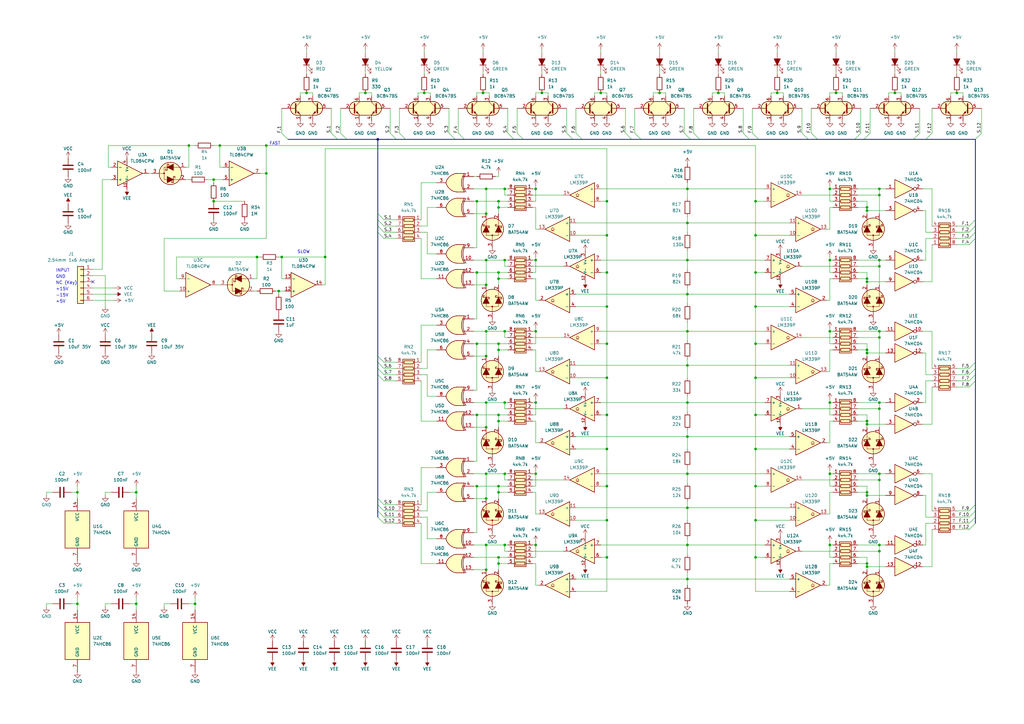
<source format=kicad_sch>
(kicad_sch (version 20230121) (generator eeschema)
  (paper "A3")
  (title_block (title "Audio Spectroscope Display Module") (date "2024-02-19") (rev "B") (company "Dawid Cisło"))
  (junction (at 281.94 106.68))
  (junction (at 207.01 106.68))
  (junction (at 195.58 199.39))
  (junction (at 281.94 77.47))
  (junction (at 309.88 154.94))
  (junction (at 204.47 170.18))
  (junction (at 367.03 38.1))
  (junction (at 281.94 91.44))
  (junction (at 173.99 38.1))
  (junction (at 281.94 120.65))
  (junction (at 281.94 149.86))
  (junction (at 219.71 106.68))
  (junction (at 360.68 223.52))
  (junction (at 340.36 194.31))
  (junction (at 204.47 111.76))
  (junction (at 340.36 223.52))
  (junction (at 204.47 228.6))
  (junction (at 355.6 173.99))
  (junction (at 360.68 80.01))
  (junction (at 355.6 143.51))
  (junction (at 294.64 38.1))
  (junction (at 222.25 38.1))
  (junction (at 309.88 213.36))
  (junction (at 77.47 59.69))
  (junction (at 248.92 125.73))
  (junction (at 360.68 77.47))
  (junction (at 342.9 38.1))
  (junction (at 355.6 231.14))
  (junction (at 31.75 247.65))
  (junction (at 340.36 135.89))
  (junction (at 109.22 59.69))
  (junction (at 219.71 135.89))
  (junction (at 207.01 135.89))
  (junction (at 199.39 87.63))
  (junction (at 360.68 165.1))
  (junction (at 125.73 38.1))
  (junction (at 204.47 172.72))
  (junction (at 204.47 231.14))
  (junction (at 199.39 146.05))
  (junction (at 207.01 194.31))
  (junction (at 207.01 165.1))
  (junction (at 360.68 106.68))
  (junction (at 199.39 116.84))
  (junction (at 199.39 135.89))
  (junction (at 149.86 38.1))
  (junction (at 360.68 194.31))
  (junction (at 248.92 228.6))
  (junction (at 281.94 165.1))
  (junction (at 248.92 96.52))
  (junction (at 309.88 96.52))
  (junction (at 199.39 233.68))
  (junction (at 392.43 38.1))
  (junction (at 105.41 105.41))
  (junction (at 154.94 57.15))
  (junction (at 281.94 135.89))
  (junction (at 281.94 179.07))
  (junction (at 355.6 201.93))
  (junction (at 355.6 114.3))
  (junction (at 248.92 170.18))
  (junction (at 204.47 85.09))
  (junction (at 114.3 119.38))
  (junction (at 87.63 73.66))
  (junction (at 204.47 143.51))
  (junction (at 309.88 111.76))
  (junction (at 340.36 77.47))
  (junction (at 246.38 38.1))
  (junction (at 309.88 125.73))
  (junction (at 248.92 184.15))
  (junction (at 355.6 144.78))
  (junction (at 309.88 199.39))
  (junction (at 248.92 82.55))
  (junction (at 219.71 223.52))
  (junction (at 198.12 38.1))
  (junction (at 360.68 138.43))
  (junction (at 199.39 204.47))
  (junction (at 219.71 194.31))
  (junction (at 309.88 140.97))
  (junction (at 309.88 170.18))
  (junction (at 109.22 71.12))
  (junction (at 195.58 140.97))
  (junction (at 270.51 38.1))
  (junction (at 199.39 175.26))
  (junction (at 199.39 223.52))
  (junction (at 355.6 232.41))
  (junction (at 355.6 85.09))
  (junction (at 248.92 213.36))
  (junction (at 248.92 154.94))
  (junction (at 204.47 199.39))
  (junction (at 115.57 105.41))
  (junction (at 281.94 223.52))
  (junction (at 248.92 111.76))
  (junction (at 204.47 114.3))
  (junction (at 309.88 184.15))
  (junction (at 87.63 82.55))
  (junction (at 80.01 247.65))
  (junction (at 133.35 105.41))
  (junction (at 207.01 77.47))
  (junction (at 219.71 165.1))
  (junction (at 360.68 226.06))
  (junction (at 281.94 194.31))
  (junction (at 195.58 170.18))
  (junction (at 340.36 165.1))
  (junction (at 355.6 86.36))
  (junction (at 248.92 199.39))
  (junction (at 199.39 77.47))
  (junction (at 199.39 194.31))
  (junction (at 195.58 82.55))
  (junction (at 248.92 140.97))
  (junction (at 355.6 115.57))
  (junction (at 355.6 172.72))
  (junction (at 360.68 109.22))
  (junction (at 281.94 208.28))
  (junction (at 204.47 140.97))
  (junction (at 195.58 111.76))
  (junction (at 309.88 82.55))
  (junction (at 204.47 82.55))
  (junction (at 340.36 106.68))
  (junction (at 360.68 167.64))
  (junction (at 199.39 106.68))
  (junction (at 204.47 201.93))
  (junction (at 207.01 223.52))
  (junction (at 318.77 38.1))
  (junction (at 31.75 201.93))
  (junction (at 355.6 203.2))
  (junction (at 281.94 237.49))
  (junction (at 199.39 165.1))
  (junction (at 309.88 228.6))
  (junction (at 219.71 77.47))
  (junction (at 55.88 247.65))
  (junction (at 360.68 196.85))
  (junction (at 55.88 201.93))
  (junction (at 90.17 59.69))
  (junction (at 360.68 135.89))
  (no_connect (at 38.1 115.57))
  (bus_entry (at 157.48 207.01) (size -2.54 -2.54))
  (bus_entry (at 157.48 209.55) (size -2.54 -2.54))
  (bus_entry (at 157.48 214.63) (size -2.54 -2.54))
  (bus_entry (at 157.48 212.09) (size -2.54 -2.54))
  (bus_entry (at 157.48 148.59) (size -2.54 -2.54))
  (bus_entry (at 157.48 151.13) (size -2.54 -2.54))
  (bus_entry (at 157.48 156.21) (size -2.54 -2.54))
  (bus_entry (at 157.48 153.67) (size -2.54 -2.54))
  (bus_entry (at 157.48 92.71) (size -2.54 -2.54))
  (bus_entry (at 157.48 97.79) (size -2.54 -2.54))
  (bus_entry (at 157.48 95.25) (size -2.54 -2.54))
  (bus_entry (at 208.28 54.61) (size 2.54 2.54))
  (bus_entry (at 212.09 54.61) (size 2.54 2.54))
  (bus_entry (at 187.96 54.61) (size 2.54 2.54))
  (bus_entry (at 232.41 54.61) (size 2.54 2.54))
  (bus_entry (at 236.22 54.61) (size 2.54 2.54))
  (bus_entry (at 256.54 54.61) (size 2.54 2.54))
  (bus_entry (at 157.48 90.17) (size -2.54 -2.54))
  (bus_entry (at 332.74 54.61) (size 2.54 2.54))
  (bus_entry (at 328.93 54.61) (size 2.54 2.54))
  (bus_entry (at 304.8 54.61) (size 2.54 2.54))
  (bus_entry (at 308.61 54.61) (size 2.54 2.54))
  (bus_entry (at 284.48 54.61) (size 2.54 2.54))
  (bus_entry (at 260.35 54.61) (size 2.54 2.54))
  (bus_entry (at 280.67 54.61) (size 2.54 2.54))
  (bus_entry (at 397.51 158.75) (size 2.54 -2.54))
  (bus_entry (at 397.51 151.13) (size 2.54 -2.54))
  (bus_entry (at 397.51 153.67) (size 2.54 -2.54))
  (bus_entry (at 397.51 156.21) (size 2.54 -2.54))
  (bus_entry (at 397.51 214.63) (size 2.54 -2.54))
  (bus_entry (at 397.51 212.09) (size 2.54 -2.54))
  (bus_entry (at 397.51 217.17) (size 2.54 -2.54))
  (bus_entry (at 397.51 209.55) (size 2.54 -2.54))
  (bus_entry (at 397.51 95.25) (size 2.54 -2.54))
  (bus_entry (at 397.51 92.71) (size 2.54 -2.54))
  (bus_entry (at 397.51 100.33) (size 2.54 -2.54))
  (bus_entry (at 397.51 97.79) (size 2.54 -2.54))
  (bus_entry (at 402.59 54.61) (size -2.54 2.54))
  (bus_entry (at 382.27 54.61) (size -2.54 2.54))
  (bus_entry (at 377.19 54.61) (size -2.54 2.54))
  (bus_entry (at 356.87 54.61) (size -2.54 2.54))
  (bus_entry (at 353.06 54.61) (size -2.54 2.54))
  (bus_entry (at 139.7 54.61) (size 2.54 2.54))
  (bus_entry (at 115.57 54.61) (size 2.54 2.54))
  (bus_entry (at 135.89 54.61) (size 2.54 2.54))
  (bus_entry (at 184.15 54.61) (size 2.54 2.54))
  (bus_entry (at 163.83 54.61) (size 2.54 2.54))
  (bus_entry (at 160.02 54.61) (size 2.54 2.54))
  (wire (pts (xy 218.44 114.3) (xy 219.71 114.3)))
  (wire (pts (xy 179.07 162.56) (xy 175.26 162.56)))
  (wire (pts (xy 172.72 97.79) (xy 172.72 114.3)))
  (wire (pts (xy 80.01 247.65) (xy 80.01 245.11)))
  (wire (pts (xy 219.71 135.89) (xy 219.71 140.97)))
  (wire (pts (xy 360.68 165.1) (xy 363.22 165.1)))
  (wire (pts (xy 339.09 152.4) (xy 340.36 152.4)))
  (wire (pts (xy 172.72 74.93) (xy 179.07 74.93)))
  (wire (pts (xy 219.71 76.2) (xy 219.71 77.47)))
  (wire (pts (xy 339.09 181.61) (xy 340.36 181.61)))
  (wire (pts (xy 340.36 199.39) (xy 341.63 199.39)))
  (wire (pts (xy 55.88 201.93) (xy 55.88 199.39)))
  (bus (pts (xy 154.94 57.15) (xy 154.94 87.63)))
  (wire (pts (xy 38.1 120.65) (xy 46.99 120.65)))
  (wire (pts (xy 80.01 247.65) (xy 80.01 250.19)))
  (wire (pts (xy 309.88 228.6) (xy 313.69 228.6)))
  (wire (pts (xy 236.22 149.86) (xy 281.94 149.86)))
  (wire (pts (xy 157.48 207.01) (xy 162.56 207.01)))
  (wire (pts (xy 195.58 140.97) (xy 194.31 140.97)))
  (bus (pts (xy 154.94 151.13) (xy 154.94 153.67)))
  (wire (pts (xy 204.47 170.18) (xy 195.58 170.18)))
  (wire (pts (xy 351.79 111.76) (xy 355.6 111.76)))
  (wire (pts (xy 212.09 44.45) (xy 212.09 54.61)))
  (wire (pts (xy 208.28 109.22) (xy 207.01 109.22)))
  (wire (pts (xy 355.6 203.2) (xy 363.22 203.2)))
  (wire (pts (xy 355.6 203.2) (xy 355.6 204.47)))
  (wire (pts (xy 353.06 44.45) (xy 353.06 54.61)))
  (wire (pts (xy 379.73 86.36) (xy 379.73 95.25)))
  (wire (pts (xy 382.27 44.45) (xy 382.27 54.61)))
  (wire (pts (xy 340.36 114.3) (xy 340.36 123.19)))
  (wire (pts (xy 236.22 237.49) (xy 281.94 237.49)))
  (wire (pts (xy 172.72 133.35) (xy 179.07 133.35)))
  (wire (pts (xy 236.22 44.45) (xy 236.22 54.61)))
  (wire (pts (xy 219.71 77.47) (xy 219.71 82.55)))
  (wire (pts (xy 195.58 218.44) (xy 194.31 218.44)))
  (wire (pts (xy 41.91 110.49) (xy 41.91 73.66)))
  (wire (pts (xy 207.01 165.1) (xy 207.01 167.64)))
  (bus (pts (xy 154.94 90.17) (xy 154.94 92.71)))
  (wire (pts (xy 208.28 85.09) (xy 204.47 85.09)))
  (wire (pts (xy 351.79 231.14) (xy 355.6 231.14)))
  (wire (pts (xy 378.46 232.41) (xy 382.27 232.41)))
  (wire (pts (xy 109.22 71.12) (xy 109.22 59.69)))
  (wire (pts (xy 208.28 140.97) (xy 204.47 140.97)))
  (wire (pts (xy 382.27 92.71) (xy 382.27 77.47)))
  (wire (pts (xy 133.35 105.41) (xy 115.57 105.41)))
  (wire (pts (xy 378.46 173.99) (xy 382.27 173.99)))
  (bus (pts (xy 154.94 148.59) (xy 154.94 151.13)))
  (wire (pts (xy 195.58 111.76) (xy 195.58 130.81)))
  (wire (pts (xy 246.38 170.18) (xy 248.92 170.18)))
  (wire (pts (xy 392.43 29.21) (xy 392.43 30.48)))
  (wire (pts (xy 219.71 165.1) (xy 219.71 170.18)))
  (wire (pts (xy 204.47 82.55) (xy 204.47 85.09)))
  (wire (pts (xy 281.94 147.32) (xy 281.94 149.86)))
  (wire (pts (xy 351.79 167.64) (xy 360.68 167.64)))
  (bus (pts (xy 400.05 151.13) (xy 400.05 148.59)))
  (wire (pts (xy 199.39 77.47) (xy 199.39 87.63)))
  (wire (pts (xy 351.79 196.85) (xy 360.68 196.85)))
  (wire (pts (xy 231.14 167.64) (xy 218.44 167.64)))
  (bus (pts (xy 335.28 57.15) (xy 350.52 57.15)))
  (wire (pts (xy 175.26 209.55) (xy 172.72 209.55)))
  (wire (pts (xy 340.36 39.37) (xy 340.36 38.1)))
  (wire (pts (xy 44.45 68.58) (xy 45.72 68.58)))
  (wire (pts (xy 236.22 213.36) (xy 248.92 213.36)))
  (wire (pts (xy 340.36 85.09) (xy 340.36 93.98)))
  (wire (pts (xy 355.6 231.14) (xy 355.6 232.41)))
  (wire (pts (xy 351.79 85.09) (xy 355.6 85.09)))
  (wire (pts (xy 355.6 173.99) (xy 363.22 173.99)))
  (wire (pts (xy 360.68 223.52) (xy 360.68 226.06)))
  (wire (pts (xy 355.6 114.3) (xy 355.6 115.57)))
  (wire (pts (xy 355.6 82.55) (xy 355.6 85.09)))
  (wire (pts (xy 340.36 193.04) (xy 340.36 194.31)))
  (wire (pts (xy 43.18 201.93) (xy 45.72 201.93)))
  (wire (pts (xy 351.79 109.22) (xy 360.68 109.22)))
  (wire (pts (xy 208.28 77.47) (xy 207.01 77.47)))
  (wire (pts (xy 199.39 106.68) (xy 199.39 116.84)))
  (wire (pts (xy 87.63 73.66) (xy 91.44 73.66)))
  (wire (pts (xy 199.39 87.63) (xy 194.31 87.63)))
  (wire (pts (xy 281.94 179.07) (xy 323.85 179.07)))
  (wire (pts (xy 340.36 223.52) (xy 340.36 228.6)))
  (wire (pts (xy 199.39 146.05) (xy 194.31 146.05)))
  (wire (pts (xy 281.94 208.28) (xy 323.85 208.28)))
  (wire (pts (xy 309.88 140.97) (xy 309.88 154.94)))
  (wire (pts (xy 195.58 199.39) (xy 195.58 218.44)))
  (wire (pts (xy 115.57 105.41) (xy 115.57 114.3)))
  (bus (pts (xy 283.21 57.15) (xy 287.02 57.15)))
  (bus (pts (xy 287.02 57.15) (xy 307.34 57.15)))
  (wire (pts (xy 207.01 135.89) (xy 207.01 138.43)))
  (wire (pts (xy 392.43 158.75) (xy 397.51 158.75)))
  (wire (pts (xy 204.47 71.12) (xy 204.47 72.39)))
  (wire (pts (xy 281.94 234.95) (xy 281.94 237.49)))
  (wire (pts (xy 248.92 228.6) (xy 248.92 242.57)))
  (wire (pts (xy 208.28 231.14) (xy 204.47 231.14)))
  (bus (pts (xy 154.94 87.63) (xy 154.94 90.17)))
  (wire (pts (xy 248.92 199.39) (xy 248.92 213.36)))
  (wire (pts (xy 281.94 120.65) (xy 281.94 124.46)))
  (wire (pts (xy 198.12 20.32) (xy 198.12 21.59)))
  (wire (pts (xy 309.88 59.69) (xy 309.88 82.55)))
  (wire (pts (xy 115.57 44.45) (xy 115.57 54.61)))
  (wire (pts (xy 340.36 170.18) (xy 341.63 170.18)))
  (wire (pts (xy 309.88 96.52) (xy 323.85 96.52)))
  (wire (pts (xy 179.07 201.93) (xy 175.26 201.93)))
  (wire (pts (xy 125.73 29.21) (xy 125.73 30.48)))
  (wire (pts (xy 236.22 120.65) (xy 281.94 120.65)))
  (bus (pts (xy 262.89 57.15) (xy 283.21 57.15)))
  (wire (pts (xy 220.98 240.03) (xy 219.71 240.03)))
  (bus (pts (xy 400.05 214.63) (xy 400.05 212.09)))
  (bus (pts (xy 154.94 153.67) (xy 154.94 204.47)))
  (wire (pts (xy 281.94 149.86) (xy 281.94 154.94)))
  (wire (pts (xy 208.28 82.55) (xy 204.47 82.55)))
  (wire (pts (xy 157.48 148.59) (xy 162.56 148.59)))
  (wire (pts (xy 360.68 106.68) (xy 363.22 106.68)))
  (wire (pts (xy 125.73 38.1) (xy 128.27 38.1)))
  (wire (pts (xy 248.92 38.1) (xy 248.92 39.37)))
  (wire (pts (xy 392.43 209.55) (xy 397.51 209.55)))
  (wire (pts (xy 351.79 172.72) (xy 355.6 172.72)))
  (wire (pts (xy 219.71 82.55) (xy 218.44 82.55)))
  (wire (pts (xy 173.99 38.1) (xy 176.53 38.1)))
  (wire (pts (xy 281.94 237.49) (xy 323.85 237.49)))
  (wire (pts (xy 204.47 199.39) (xy 195.58 199.39)))
  (wire (pts (xy 281.94 165.1) (xy 313.69 165.1)))
  (wire (pts (xy 175.26 104.14) (xy 175.26 95.25)))
  (wire (pts (xy 219.71 106.68) (xy 219.71 111.76)))
  (wire (pts (xy 208.28 138.43) (xy 207.01 138.43)))
  (wire (pts (xy 179.07 85.09) (xy 175.26 85.09)))
  (wire (pts (xy 281.94 132.08) (xy 281.94 135.89)))
  (wire (pts (xy 355.6 143.51) (xy 355.6 144.78)))
  (wire (pts (xy 389.89 39.37) (xy 389.89 38.1)))
  (wire (pts (xy 105.41 105.41) (xy 72.39 105.41)))
  (wire (pts (xy 219.71 170.18) (xy 218.44 170.18)))
  (wire (pts (xy 246.38 111.76) (xy 248.92 111.76)))
  (wire (pts (xy 309.88 154.94) (xy 309.88 170.18)))
  (wire (pts (xy 207.01 194.31) (xy 207.01 196.85)))
  (wire (pts (xy 378.46 86.36) (xy 379.73 86.36)))
  (wire (pts (xy 231.14 226.06) (xy 218.44 226.06)))
  (wire (pts (xy 355.6 201.93) (xy 355.6 203.2)))
  (bus (pts (xy 154.94 207.01) (xy 154.94 209.55)))
  (wire (pts (xy 355.6 232.41) (xy 363.22 232.41)))
  (wire (pts (xy 207.01 77.47) (xy 207.01 80.01)))
  (wire (pts (xy 281.94 135.89) (xy 281.94 139.7)))
  (wire (pts (xy 231.14 109.22) (xy 218.44 109.22)))
  (bus (pts (xy 138.43 57.15) (xy 142.24 57.15)))
  (wire (pts (xy 284.48 44.45) (xy 284.48 54.61)))
  (wire (pts (xy 246.38 135.89) (xy 281.94 135.89)))
  (bus (pts (xy 154.94 92.71) (xy 154.94 95.25)))
  (wire (pts (xy 199.39 77.47) (xy 194.31 77.47)))
  (wire (pts (xy 360.68 165.1) (xy 360.68 167.64)))
  (wire (pts (xy 109.22 59.69) (xy 309.88 59.69)))
  (wire (pts (xy 236.22 184.15) (xy 248.92 184.15)))
  (wire (pts (xy 77.47 59.69) (xy 77.47 68.58)))
  (wire (pts (xy 392.43 92.71) (xy 397.51 92.71)))
  (wire (pts (xy 246.38 199.39) (xy 248.92 199.39)))
  (wire (pts (xy 204.47 114.3) (xy 204.47 116.84)))
  (wire (pts (xy 19.05 201.93) (xy 21.59 201.93)))
  (wire (pts (xy 208.28 201.93) (xy 204.47 201.93)))
  (wire (pts (xy 114.3 119.38) (xy 114.3 120.65)))
  (wire (pts (xy 340.36 143.51) (xy 340.36 152.4)))
  (wire (pts (xy 309.88 170.18) (xy 313.69 170.18)))
  (wire (pts (xy 355.6 232.41) (xy 355.6 233.68)))
  (wire (pts (xy 204.47 111.76) (xy 204.47 114.3)))
  (wire (pts (xy 208.28 196.85) (xy 207.01 196.85)))
  (wire (pts (xy 41.91 73.66) (xy 45.72 73.66)))
  (wire (pts (xy 104.14 114.3) (xy 105.41 114.3)))
  (bus (pts (xy 400.05 148.59) (xy 400.05 97.79)))
  (wire (pts (xy 236.22 242.57) (xy 248.92 242.57)))
  (bus (pts (xy 331.47 57.15) (xy 335.28 57.15)))
  (wire (pts (xy 360.68 80.01) (xy 360.68 87.63)))
  (wire (pts (xy 219.71 223.52) (xy 218.44 223.52)))
  (wire (pts (xy 157.48 95.25) (xy 162.56 95.25)))
  (wire (pts (xy 246.38 106.68) (xy 281.94 106.68)))
  (wire (pts (xy 219.71 140.97) (xy 218.44 140.97)))
  (wire (pts (xy 340.36 82.55) (xy 341.63 82.55)))
  (wire (pts (xy 321.31 38.1) (xy 321.31 39.37)))
  (wire (pts (xy 341.63 172.72) (xy 340.36 172.72)))
  (wire (pts (xy 179.07 220.98) (xy 175.26 220.98)))
  (wire (pts (xy 294.64 38.1) (xy 297.18 38.1)))
  (wire (pts (xy 232.41 44.45) (xy 232.41 54.61)))
  (wire (pts (xy 219.71 193.04) (xy 219.71 194.31)))
  (wire (pts (xy 109.22 59.69) (xy 90.17 59.69)))
  (wire (pts (xy 113.03 119.38) (xy 114.3 119.38)))
  (wire (pts (xy 248.92 184.15) (xy 248.92 199.39)))
  (wire (pts (xy 341.63 231.14) (xy 340.36 231.14)))
  (wire (pts (xy 369.57 38.1) (xy 369.57 39.37)))
  (wire (pts (xy 29.21 201.93) (xy 31.75 201.93)))
  (wire (pts (xy 328.93 80.01) (xy 341.63 80.01)))
  (wire (pts (xy 195.58 189.23) (xy 194.31 189.23)))
  (wire (pts (xy 379.73 203.2) (xy 379.73 212.09)))
  (wire (pts (xy 208.28 223.52) (xy 207.01 223.52)))
  (wire (pts (xy 204.47 140.97) (xy 195.58 140.97)))
  (bus (pts (xy 238.76 57.15) (xy 259.08 57.15)))
  (wire (pts (xy 351.79 201.93) (xy 355.6 201.93)))
  (wire (pts (xy 342.9 29.21) (xy 342.9 30.48)))
  (wire (pts (xy 379.73 165.1) (xy 379.73 156.21)))
  (wire (pts (xy 340.36 140.97) (xy 341.63 140.97)))
  (wire (pts (xy 175.26 201.93) (xy 175.26 209.55)))
  (bus (pts (xy 400.05 209.55) (xy 400.05 207.01)))
  (wire (pts (xy 355.6 115.57) (xy 355.6 116.84)))
  (wire (pts (xy 204.47 143.51) (xy 204.47 146.05)))
  (wire (pts (xy 204.47 140.97) (xy 204.47 143.51)))
  (wire (pts (xy 195.58 140.97) (xy 195.58 160.02)))
  (wire (pts (xy 309.88 213.36) (xy 309.88 228.6)))
  (wire (pts (xy 280.67 44.45) (xy 280.67 54.61)))
  (wire (pts (xy 123.19 39.37) (xy 123.19 38.1)))
  (wire (pts (xy 72.39 114.3) (xy 73.66 114.3)))
  (wire (pts (xy 195.58 170.18) (xy 195.58 189.23)))
  (wire (pts (xy 149.86 29.21) (xy 149.86 30.48)))
  (wire (pts (xy 219.71 77.47) (xy 218.44 77.47)))
  (wire (pts (xy 309.88 184.15) (xy 323.85 184.15)))
  (wire (pts (xy 91.44 68.58) (xy 90.17 68.58)))
  (wire (pts (xy 175.26 85.09) (xy 175.26 92.71)))
  (wire (pts (xy 219.71 201.93) (xy 219.71 210.82)))
  (wire (pts (xy 175.26 95.25) (xy 172.72 95.25)))
  (wire (pts (xy 360.68 194.31) (xy 363.22 194.31)))
  (wire (pts (xy 378.46 77.47) (xy 382.27 77.47)))
  (wire (pts (xy 220.98 93.98) (xy 219.71 93.98)))
  (wire (pts (xy 351.79 140.97) (xy 355.6 140.97)))
  (wire (pts (xy 220.98 123.19) (xy 219.71 123.19)))
  (bus (pts (xy 350.52 57.15) (xy 354.33 57.15)))
  (wire (pts (xy 172.72 148.59) (xy 172.72 133.35)))
  (wire (pts (xy 160.02 44.45) (xy 160.02 54.61)))
  (wire (pts (xy 175.26 212.09) (xy 172.72 212.09)))
  (wire (pts (xy 281.94 77.47) (xy 281.94 81.28)))
  (wire (pts (xy 195.58 38.1) (xy 198.12 38.1)))
  (wire (pts (xy 149.86 38.1) (xy 152.4 38.1)))
  (wire (pts (xy 340.36 223.52) (xy 341.63 223.52)))
  (wire (pts (xy 355.6 173.99) (xy 355.6 175.26)))
  (bus (pts (xy 400.05 95.25) (xy 400.05 92.71)))
  (bus (pts (xy 154.94 95.25) (xy 154.94 146.05)))
  (wire (pts (xy 105.41 105.41) (xy 105.41 114.3)))
  (wire (pts (xy 340.36 38.1) (xy 342.9 38.1)))
  (wire (pts (xy 236.22 179.07) (xy 281.94 179.07)))
  (wire (pts (xy 246.38 140.97) (xy 248.92 140.97)))
  (wire (pts (xy 379.73 97.79) (xy 382.27 97.79)))
  (wire (pts (xy 208.28 106.68) (xy 207.01 106.68)))
  (wire (pts (xy 379.73 212.09) (xy 382.27 212.09)))
  (wire (pts (xy 157.48 212.09) (xy 162.56 212.09)))
  (wire (pts (xy 360.68 106.68) (xy 360.68 109.22)))
  (wire (pts (xy 67.31 248.92) (xy 67.31 247.65)))
  (wire (pts (xy 360.68 196.85) (xy 360.68 204.47)))
  (wire (pts (xy 109.22 71.12) (xy 109.22 97.79)))
  (wire (pts (xy 355.6 172.72) (xy 355.6 173.99)))
  (bus (pts (xy 311.15 57.15) (xy 331.47 57.15)))
  (wire (pts (xy 339.09 210.82) (xy 340.36 210.82)))
  (bus (pts (xy 118.11 57.15) (xy 138.43 57.15)))
  (wire (pts (xy 218.44 201.93) (xy 219.71 201.93)))
  (wire (pts (xy 231.14 138.43) (xy 218.44 138.43)))
  (wire (pts (xy 360.68 77.47) (xy 363.22 77.47)))
  (wire (pts (xy 219.71 194.31) (xy 218.44 194.31)))
  (wire (pts (xy 175.26 153.67) (xy 172.72 153.67)))
  (wire (pts (xy 236.22 208.28) (xy 281.94 208.28)))
  (wire (pts (xy 67.31 119.38) (xy 73.66 119.38)))
  (wire (pts (xy 43.18 248.92) (xy 43.18 247.65)))
  (wire (pts (xy 220.98 181.61) (xy 219.71 181.61)))
  (wire (pts (xy 204.47 231.14) (xy 204.47 233.68)))
  (wire (pts (xy 328.93 109.22) (xy 341.63 109.22)))
  (wire (pts (xy 184.15 44.45) (xy 184.15 54.61)))
  (wire (pts (xy 219.71 106.68) (xy 218.44 106.68)))
  (wire (pts (xy 392.43 214.63) (xy 397.51 214.63)))
  (wire (pts (xy 38.1 113.03) (xy 43.18 113.03)))
  (wire (pts (xy 340.36 111.76) (xy 341.63 111.76)))
  (wire (pts (xy 179.07 104.14) (xy 175.26 104.14)))
  (wire (pts (xy 382.27 217.17) (xy 382.27 232.41)))
  (wire (pts (xy 208.28 80.01) (xy 207.01 80.01)))
  (wire (pts (xy 163.83 44.45) (xy 163.83 54.61)))
  (wire (pts (xy 328.93 167.64) (xy 341.63 167.64)))
  (wire (pts (xy 378.46 165.1) (xy 379.73 165.1)))
  (wire (pts (xy 281.94 91.44) (xy 323.85 91.44)))
  (wire (pts (xy 218.44 231.14) (xy 219.71 231.14)))
  (wire (pts (xy 231.14 80.01) (xy 218.44 80.01)))
  (wire (pts (xy 219.71 223.52) (xy 219.71 228.6)))
  (bus (pts (xy 400.05 207.01) (xy 400.05 156.21)))
  (wire (pts (xy 378.46 203.2) (xy 379.73 203.2)))
  (wire (pts (xy 200.66 38.1) (xy 200.66 39.37)))
  (wire (pts (xy 76.2 73.66) (xy 77.47 73.66)))
  (wire (pts (xy 85.09 73.66) (xy 87.63 73.66)))
  (wire (pts (xy 309.88 154.94) (xy 323.85 154.94)))
  (wire (pts (xy 340.36 194.31) (xy 340.36 199.39)))
  (wire (pts (xy 378.46 194.31) (xy 382.27 194.31)))
  (wire (pts (xy 147.32 38.1) (xy 149.86 38.1)))
  (wire (pts (xy 208.28 165.1) (xy 207.01 165.1)))
  (wire (pts (xy 392.43 97.79) (xy 397.51 97.79)))
  (wire (pts (xy 195.58 72.39) (xy 194.31 72.39)))
  (wire (pts (xy 207.01 194.31) (xy 199.39 194.31)))
  (bus (pts (xy 400.05 90.17) (xy 400.05 57.15)))
  (wire (pts (xy 351.79 226.06) (xy 360.68 226.06)))
  (wire (pts (xy 367.03 38.1) (xy 369.57 38.1)))
  (wire (pts (xy 207.01 106.68) (xy 207.01 109.22)))
  (wire (pts (xy 87.63 59.69) (xy 90.17 59.69)))
  (wire (pts (xy 248.92 213.36) (xy 248.92 228.6)))
  (wire (pts (xy 208.28 44.45) (xy 208.28 54.61)))
  (bus (pts (xy 154.94 146.05) (xy 154.94 148.59)))
  (wire (pts (xy 340.36 165.1) (xy 341.63 165.1)))
  (wire (pts (xy 355.6 86.36) (xy 355.6 87.63)))
  (wire (pts (xy 246.38 77.47) (xy 281.94 77.47)))
  (wire (pts (xy 152.4 38.1) (xy 152.4 39.37)))
  (wire (pts (xy 270.51 20.32) (xy 270.51 21.59)))
  (wire (pts (xy 157.48 92.71) (xy 162.56 92.71)))
  (wire (pts (xy 44.45 59.69) (xy 44.45 68.58)))
  (wire (pts (xy 179.07 114.3) (xy 172.72 114.3)))
  (wire (pts (xy 248.92 125.73) (xy 248.92 140.97)))
  (wire (pts (xy 351.79 194.31) (xy 360.68 194.31)))
  (wire (pts (xy 195.58 130.81) (xy 194.31 130.81)))
  (wire (pts (xy 208.28 226.06) (xy 207.01 226.06)))
  (wire (pts (xy 308.61 44.45) (xy 308.61 54.61)))
  (wire (pts (xy 402.59 44.45) (xy 402.59 54.61)))
  (wire (pts (xy 351.79 199.39) (xy 355.6 199.39)))
  (wire (pts (xy 281.94 74.93) (xy 281.94 77.47)))
  (wire (pts (xy 364.49 38.1) (xy 367.03 38.1)))
  (wire (pts (xy 309.88 199.39) (xy 309.88 213.36)))
  (wire (pts (xy 218.44 172.72) (xy 219.71 172.72)))
  (wire (pts (xy 139.7 44.45) (xy 139.7 54.61)))
  (wire (pts (xy 340.36 222.25) (xy 340.36 223.52)))
  (wire (pts (xy 309.88 82.55) (xy 309.88 96.52)))
  (wire (pts (xy 19.05 248.92) (xy 19.05 247.65)))
  (wire (pts (xy 309.88 199.39) (xy 313.69 199.39)))
  (wire (pts (xy 109.22 97.79) (xy 67.31 97.79)))
  (wire (pts (xy 204.47 111.76) (xy 195.58 111.76)))
  (wire (pts (xy 246.38 228.6) (xy 248.92 228.6)))
  (wire (pts (xy 243.84 38.1) (xy 246.38 38.1)))
  (wire (pts (xy 318.77 38.1) (xy 321.31 38.1)))
  (wire (pts (xy 236.22 91.44) (xy 281.94 91.44)))
  (wire (pts (xy 281.94 106.68) (xy 281.94 110.49)))
  (wire (pts (xy 281.94 223.52) (xy 313.69 223.52)))
  (wire (pts (xy 351.79 114.3) (xy 355.6 114.3)))
  (wire (pts (xy 195.58 39.37) (xy 195.58 38.1)))
  (wire (pts (xy 360.68 167.64) (xy 360.68 175.26)))
  (wire (pts (xy 389.89 38.1) (xy 392.43 38.1)))
  (wire (pts (xy 199.39 135.89) (xy 199.39 146.05)))
  (wire (pts (xy 195.58 82.55) (xy 194.31 82.55)))
  (wire (pts (xy 132.08 116.84) (xy 133.35 116.84)))
  (wire (pts (xy 294.64 20.32) (xy 294.64 21.59)))
  (wire (pts (xy 231.14 196.85) (xy 218.44 196.85)))
  (wire (pts (xy 204.47 228.6) (xy 204.47 231.14)))
  (wire (pts (xy 106.68 71.12) (xy 109.22 71.12)))
  (wire (pts (xy 248.92 60.96) (xy 133.35 60.96)))
  (wire (pts (xy 204.47 199.39) (xy 204.47 201.93)))
  (wire (pts (xy 219.71 85.09) (xy 219.71 93.98)))
  (wire (pts (xy 351.79 80.01) (xy 360.68 80.01)))
  (wire (pts (xy 31.75 201.93) (xy 31.75 204.47)))
  (wire (pts (xy 19.05 203.2) (xy 19.05 201.93)))
  (wire (pts (xy 55.88 201.93) (xy 55.88 204.47)))
  (wire (pts (xy 219.71 143.51) (xy 219.71 152.4)))
  (wire (pts (xy 60.96 71.12) (xy 62.23 71.12)))
  (wire (pts (xy 328.93 44.45) (xy 328.93 54.61)))
  (wire (pts (xy 342.9 38.1) (xy 345.44 38.1)))
  (wire (pts (xy 379.73 95.25) (xy 382.27 95.25)))
  (wire (pts (xy 309.88 170.18) (xy 309.88 184.15)))
  (wire (pts (xy 219.71 194.31) (xy 219.71 199.39)))
  (wire (pts (xy 281.94 176.53) (xy 281.94 179.07)))
  (wire (pts (xy 281.94 88.9) (xy 281.94 91.44)))
  (bus (pts (xy 307.34 57.15) (xy 311.15 57.15)))
  (wire (pts (xy 246.38 38.1) (xy 248.92 38.1)))
  (wire (pts (xy 208.28 170.18) (xy 204.47 170.18)))
  (wire (pts (xy 360.68 138.43) (xy 360.68 146.05)))
  (wire (pts (xy 273.05 38.1) (xy 273.05 39.37)))
  (wire (pts (xy 199.39 194.31) (xy 199.39 204.47)))
  (wire (pts (xy 267.97 38.1) (xy 270.51 38.1)))
  (wire (pts (xy 378.46 135.89) (xy 382.27 135.89)))
  (wire (pts (xy 172.72 74.93) (xy 172.72 90.17)))
  (wire (pts (xy 351.79 143.51) (xy 355.6 143.51)))
  (bus (pts (xy 354.33 57.15) (xy 374.65 57.15)))
  (wire (pts (xy 340.36 106.68) (xy 341.63 106.68)))
  (wire (pts (xy 260.35 44.45) (xy 260.35 54.61)))
  (wire (pts (xy 292.1 39.37) (xy 292.1 38.1)))
  (wire (pts (xy 67.31 247.65) (xy 69.85 247.65)))
  (wire (pts (xy 318.77 20.32) (xy 318.77 21.59)))
  (wire (pts (xy 195.58 111.76) (xy 194.31 111.76)))
  (wire (pts (xy 392.43 20.32) (xy 392.43 21.59)))
  (wire (pts (xy 351.79 77.47) (xy 360.68 77.47)))
  (wire (pts (xy 220.98 210.82) (xy 219.71 210.82)))
  (wire (pts (xy 31.75 247.65) (xy 31.75 245.11)))
  (wire (pts (xy 222.25 29.21) (xy 222.25 30.48)))
  (wire (pts (xy 199.39 116.84) (xy 194.31 116.84)))
  (wire (pts (xy 172.72 191.77) (xy 179.07 191.77)))
  (wire (pts (xy 199.39 233.68) (xy 194.31 233.68)))
  (bus (pts (xy 166.37 57.15) (xy 186.69 57.15)))
  (bus (pts (xy 379.73 57.15) (xy 400.05 57.15)))
  (bus (pts (xy 400.05 156.21) (xy 400.05 153.67)))
  (wire (pts (xy 270.51 29.21) (xy 270.51 30.48)))
  (wire (pts (xy 172.72 172.72) (xy 179.07 172.72)))
  (wire (pts (xy 115.57 105.41) (xy 114.3 105.41)))
  (wire (pts (xy 195.58 82.55) (xy 195.58 101.6)))
  (wire (pts (xy 340.36 134.62) (xy 340.36 135.89)))
  (wire (pts (xy 208.28 111.76) (xy 204.47 111.76)))
  (wire (pts (xy 195.58 170.18) (xy 194.31 170.18)))
  (wire (pts (xy 208.28 135.89) (xy 207.01 135.89)))
  (wire (pts (xy 355.6 228.6) (xy 355.6 231.14)))
  (wire (pts (xy 44.45 59.69) (xy 77.47 59.69)))
  (wire (pts (xy 175.26 220.98) (xy 175.26 212.09)))
  (wire (pts (xy 281.94 91.44) (xy 281.94 95.25)))
  (wire (pts (xy 340.36 77.47) (xy 340.36 82.55)))
  (wire (pts (xy 379.73 223.52) (xy 379.73 214.63)))
  (wire (pts (xy 77.47 59.69) (xy 80.01 59.69)))
  (wire (pts (xy 340.36 231.14) (xy 340.36 240.03)))
  (wire (pts (xy 341.63 85.09) (xy 340.36 85.09)))
  (wire (pts (xy 31.75 247.65) (xy 31.75 250.19)))
  (wire (pts (xy 248.92 140.97) (xy 248.92 154.94)))
  (wire (pts (xy 323.85 242.57) (xy 309.88 242.57)))
  (wire (pts (xy 339.09 93.98) (xy 340.36 93.98)))
  (wire (pts (xy 208.28 194.31) (xy 207.01 194.31)))
  (wire (pts (xy 351.79 82.55) (xy 355.6 82.55)))
  (wire (pts (xy 135.89 44.45) (xy 135.89 54.61)))
  (wire (pts (xy 281.94 106.68) (xy 313.69 106.68)))
  (wire (pts (xy 309.88 96.52) (xy 309.88 111.76)))
  (wire (pts (xy 219.71 222.25) (xy 219.71 223.52)))
  (wire (pts (xy 378.46 223.52) (xy 379.73 223.52)))
  (wire (pts (xy 309.88 228.6) (xy 309.88 242.57)))
  (wire (pts (xy 76.2 68.58) (xy 77.47 68.58)))
  (wire (pts (xy 208.28 172.72) (xy 204.47 172.72)))
  (wire (pts (xy 355.6 115.57) (xy 363.22 115.57)))
  (wire (pts (xy 157.48 214.63) (xy 162.56 214.63)))
  (wire (pts (xy 219.71 165.1) (xy 218.44 165.1)))
  (wire (pts (xy 176.53 38.1) (xy 176.53 39.37)))
  (wire (pts (xy 199.39 175.26) (xy 194.31 175.26)))
  (wire (pts (xy 219.71 38.1) (xy 222.25 38.1)))
  (wire (pts (xy 199.39 194.31) (xy 194.31 194.31)))
  (wire (pts (xy 246.38 165.1) (xy 281.94 165.1)))
  (wire (pts (xy 379.73 106.68) (xy 379.73 97.79)))
  (wire (pts (xy 173.99 20.32) (xy 173.99 21.59)))
  (wire (pts (xy 208.28 114.3) (xy 204.47 114.3)))
  (wire (pts (xy 175.26 162.56) (xy 175.26 153.67)))
  (wire (pts (xy 281.94 208.28) (xy 281.94 213.36)))
  (wire (pts (xy 187.96 44.45) (xy 187.96 54.61)))
  (wire (pts (xy 19.05 247.65) (xy 21.59 247.65)))
  (wire (pts (xy 340.36 163.83) (xy 340.36 165.1)))
  (wire (pts (xy 195.58 199.39) (xy 194.31 199.39)))
  (wire (pts (xy 248.92 154.94) (xy 248.92 170.18)))
  (wire (pts (xy 267.97 39.37) (xy 267.97 38.1)))
  (wire (pts (xy 175.26 92.71) (xy 172.72 92.71)))
  (wire (pts (xy 304.8 44.45) (xy 304.8 54.61)))
  (wire (pts (xy 364.49 39.37) (xy 364.49 38.1)))
  (wire (pts (xy 281.94 191.77) (xy 281.94 194.31)))
  (wire (pts (xy 316.23 39.37) (xy 316.23 38.1)))
  (wire (pts (xy 339.09 240.03) (xy 340.36 240.03)))
  (wire (pts (xy 360.68 109.22) (xy 360.68 116.84)))
  (wire (pts (xy 392.43 151.13) (xy 397.51 151.13)))
  (wire (pts (xy 341.63 201.93) (xy 340.36 201.93)))
  (wire (pts (xy 219.71 111.76) (xy 218.44 111.76)))
  (wire (pts (xy 360.68 135.89) (xy 363.22 135.89)))
  (wire (pts (xy 218.44 85.09) (xy 219.71 85.09)))
  (wire (pts (xy 208.28 143.51) (xy 204.47 143.51)))
  (bus (pts (xy 374.65 57.15) (xy 379.73 57.15)))
  (wire (pts (xy 219.71 199.39) (xy 218.44 199.39)))
  (wire (pts (xy 309.88 213.36) (xy 323.85 213.36)))
  (wire (pts (xy 219.71 228.6) (xy 218.44 228.6)))
  (wire (pts (xy 248.92 82.55) (xy 248.92 96.52)))
  (wire (pts (xy 355.6 199.39) (xy 355.6 201.93)))
  (wire (pts (xy 207.01 223.52) (xy 207.01 226.06)))
  (wire (pts (xy 367.03 29.21) (xy 367.03 30.48)))
  (wire (pts (xy 392.43 100.33) (xy 397.51 100.33)))
  (wire (pts (xy 114.3 119.38) (xy 116.84 119.38)))
  (wire (pts (xy 340.36 165.1) (xy 340.36 170.18)))
  (wire (pts (xy 219.71 172.72) (xy 219.71 181.61)))
  (wire (pts (xy 53.34 247.65) (xy 55.88 247.65)))
  (bus (pts (xy 162.56 57.15) (xy 166.37 57.15)))
  (wire (pts (xy 345.44 38.1) (xy 345.44 39.37)))
  (wire (pts (xy 31.75 201.93) (xy 31.75 199.39)))
  (wire (pts (xy 123.19 38.1) (xy 125.73 38.1)))
  (wire (pts (xy 281.94 179.07) (xy 281.94 184.15)))
  (wire (pts (xy 292.1 38.1) (xy 294.64 38.1)))
  (bus (pts (xy 190.5 57.15) (xy 210.82 57.15)))
  (wire (pts (xy 67.31 97.79) (xy 67.31 119.38)))
  (wire (pts (xy 281.94 205.74) (xy 281.94 208.28)))
  (wire (pts (xy 316.23 38.1) (xy 318.77 38.1)))
  (wire (pts (xy 392.43 95.25) (xy 397.51 95.25)))
  (wire (pts (xy 281.94 237.49) (xy 281.94 240.03)))
  (wire (pts (xy 297.18 38.1) (xy 297.18 39.37)))
  (wire (pts (xy 281.94 77.47) (xy 313.69 77.47)))
  (wire (pts (xy 55.88 247.65) (xy 55.88 250.19)))
  (wire (pts (xy 355.6 144.78) (xy 355.6 146.05)))
  (wire (pts (xy 248.92 111.76) (xy 248.92 125.73)))
  (wire (pts (xy 340.36 106.68) (xy 340.36 111.76)))
  (wire (pts (xy 199.39 106.68) (xy 194.31 106.68)))
  (wire (pts (xy 351.79 170.18) (xy 355.6 170.18)))
  (wire (pts (xy 222.25 20.32) (xy 222.25 21.59)))
  (wire (pts (xy 309.88 184.15) (xy 309.88 199.39)))
  (bus (pts (xy 154.94 209.55) (xy 154.94 212.09)))
  (wire (pts (xy 281.94 162.56) (xy 281.94 165.1)))
  (wire (pts (xy 88.9 116.84) (xy 90.17 116.84)))
  (wire (pts (xy 382.27 158.75) (xy 382.27 173.99)))
  (wire (pts (xy 394.97 38.1) (xy 394.97 39.37)))
  (wire (pts (xy 378.46 106.68) (xy 379.73 106.68)))
  (wire (pts (xy 351.79 228.6) (xy 355.6 228.6)))
  (wire (pts (xy 157.48 97.79) (xy 162.56 97.79)))
  (wire (pts (xy 29.21 247.65) (xy 31.75 247.65)))
  (wire (pts (xy 87.63 73.66) (xy 87.63 74.93)))
  (wire (pts (xy 332.74 44.45) (xy 332.74 54.61)))
  (wire (pts (xy 208.28 228.6) (xy 204.47 228.6)))
  (wire (pts (xy 236.22 125.73) (xy 248.92 125.73)))
  (wire (pts (xy 340.36 77.47) (xy 341.63 77.47)))
  (wire (pts (xy 236.22 96.52) (xy 248.92 96.52)))
  (wire (pts (xy 224.79 38.1) (xy 224.79 39.37)))
  (wire (pts (xy 199.39 135.89) (xy 194.31 135.89)))
  (wire (pts (xy 328.93 196.85) (xy 341.63 196.85)))
  (wire (pts (xy 172.72 214.63) (xy 172.72 231.14)))
  (wire (pts (xy 199.39 223.52) (xy 199.39 233.68)))
  (wire (pts (xy 309.88 82.55) (xy 313.69 82.55)))
  (wire (pts (xy 104.14 119.38) (xy 105.41 119.38)))
  (wire (pts (xy 204.47 82.55) (xy 195.58 82.55)))
  (bus (pts (xy 186.69 57.15) (xy 190.5 57.15)))
  (wire (pts (xy 392.43 212.09) (xy 397.51 212.09)))
  (wire (pts (xy 198.12 38.1) (xy 200.66 38.1)))
  (wire (pts (xy 157.48 156.21) (xy 162.56 156.21)))
  (wire (pts (xy 204.47 72.39) (xy 203.2 72.39)))
  (wire (pts (xy 340.36 228.6) (xy 341.63 228.6)))
  (wire (pts (xy 248.92 96.52) (xy 248.92 111.76)))
  (wire (pts (xy 173.99 29.21) (xy 173.99 30.48)))
  (wire (pts (xy 207.01 223.52) (xy 199.39 223.52)))
  (wire (pts (xy 328.93 138.43) (xy 341.63 138.43)))
  (wire (pts (xy 281.94 120.65) (xy 323.85 120.65)))
  (wire (pts (xy 392.43 156.21) (xy 397.51 156.21)))
  (bus (pts (xy 154.94 57.15) (xy 162.56 57.15)))
  (wire (pts (xy 382.27 151.13) (xy 382.27 135.89)))
  (bus (pts (xy 234.95 57.15) (xy 238.76 57.15)))
  (wire (pts (xy 328.93 226.06) (xy 341.63 226.06)))
  (bus (pts (xy 142.24 57.15) (xy 154.94 57.15)))
  (wire (pts (xy 175.26 143.51) (xy 175.26 151.13)))
  (wire (pts (xy 309.88 111.76) (xy 309.88 125.73)))
  (wire (pts (xy 195.58 101.6) (xy 194.31 101.6)))
  (wire (pts (xy 351.79 165.1) (xy 360.68 165.1)))
  (wire (pts (xy 149.86 20.32) (xy 149.86 21.59)))
  (wire (pts (xy 55.88 247.65) (xy 55.88 245.11)))
  (wire (pts (xy 281.94 149.86) (xy 323.85 149.86)))
  (wire (pts (xy 341.63 143.51) (xy 340.36 143.51)))
  (wire (pts (xy 318.77 29.21) (xy 318.77 30.48)))
  (bus (pts (xy 400.05 97.79) (xy 400.05 95.25)))
  (wire (pts (xy 219.71 114.3) (xy 219.71 123.19)))
  (wire (pts (xy 360.68 77.47) (xy 360.68 80.01)))
  (wire (pts (xy 38.1 118.11) (xy 46.99 118.11)))
  (wire (pts (xy 382.27 100.33) (xy 382.27 115.57)))
  (wire (pts (xy 157.48 209.55) (xy 162.56 209.55)))
  (wire (pts (xy 378.46 115.57) (xy 382.27 115.57)))
  (wire (pts (xy 243.84 39.37) (xy 243.84 38.1)))
  (wire (pts (xy 172.72 207.01) (xy 172.72 191.77)))
  (wire (pts (xy 219.71 134.62) (xy 219.71 135.89)))
  (wire (pts (xy 199.39 165.1) (xy 194.31 165.1)))
  (wire (pts (xy 351.79 135.89) (xy 360.68 135.89)))
  (wire (pts (xy 246.38 20.32) (xy 246.38 21.59)))
  (wire (pts (xy 256.54 44.45) (xy 256.54 54.61)))
  (wire (pts (xy 360.68 226.06) (xy 360.68 233.68)))
  (wire (pts (xy 172.72 231.14) (xy 179.07 231.14)))
  (wire (pts (xy 342.9 20.32) (xy 342.9 21.59)))
  (wire (pts (xy 219.71 135.89) (xy 218.44 135.89)))
  (wire (pts (xy 379.73 214.63) (xy 382.27 214.63)))
  (wire (pts (xy 355.6 144.78) (xy 363.22 144.78)))
  (wire (pts (xy 377.19 44.45) (xy 377.19 54.61)))
  (wire (pts (xy 147.32 39.37) (xy 147.32 38.1)))
  (wire (pts (xy 340.36 201.93) (xy 340.36 210.82)))
  (wire (pts (xy 248.92 60.96) (xy 248.92 82.55)))
  (wire (pts (xy 281.94 220.98) (xy 281.94 223.52)))
  (wire (pts (xy 157.48 153.67) (xy 162.56 153.67)))
  (wire (pts (xy 116.84 114.3) (xy 115.57 114.3)))
  (wire (pts (xy 392.43 217.17) (xy 397.51 217.17)))
  (wire (pts (xy 43.18 247.65) (xy 45.72 247.65)))
  (wire (pts (xy 339.09 123.19) (xy 340.36 123.19)))
  (wire (pts (xy 281.94 118.11) (xy 281.94 120.65)))
  (wire (pts (xy 246.38 82.55) (xy 248.92 82.55)))
  (bus (pts (xy 400.05 153.67) (xy 400.05 151.13)))
  (bus (pts (xy 400.05 92.71) (xy 400.05 90.17)))
  (wire (pts (xy 219.71 105.41) (xy 219.71 106.68)))
  (wire (pts (xy 199.39 223.52) (xy 194.31 223.52)))
  (wire (pts (xy 246.38 223.52) (xy 281.94 223.52)))
  (wire (pts (xy 309.88 125.73) (xy 323.85 125.73)))
  (wire (pts (xy 355.6 85.09) (xy 355.6 86.36)))
  (wire (pts (xy 340.36 194.31) (xy 341.63 194.31)))
  (wire (pts (xy 248.92 170.18) (xy 248.92 184.15)))
  (wire (pts (xy 204.47 170.18) (xy 204.47 172.72)))
  (wire (pts (xy 106.68 105.41) (xy 105.41 105.41)))
  (wire (pts (xy 199.39 204.47) (xy 194.31 204.47)))
  (wire (pts (xy 87.63 82.55) (xy 100.33 82.55)))
  (wire (pts (xy 340.36 135.89) (xy 340.36 140.97)))
  (wire (pts (xy 90.17 59.69) (xy 90.17 68.58)))
  (wire (pts (xy 157.48 151.13) (xy 162.56 151.13)))
  (wire (pts (xy 236.22 154.94) (xy 248.92 154.94)))
  (wire (pts (xy 204.47 228.6) (xy 194.31 228.6)))
  (wire (pts (xy 351.79 106.68) (xy 360.68 106.68)))
  (wire (pts (xy 198.12 29.21) (xy 198.12 30.48)))
  (wire (pts (xy 207.01 106.68) (xy 199.39 106.68)))
  (wire (pts (xy 171.45 39.37) (xy 171.45 38.1)))
  (wire (pts (xy 204.47 85.09) (xy 204.47 87.63)))
  (wire (pts (xy 53.34 201.93) (xy 55.88 201.93)))
  (bus (pts (xy 259.08 57.15) (xy 262.89 57.15)))
  (wire (pts (xy 360.68 223.52) (xy 363.22 223.52)))
  (wire (pts (xy 246.38 194.31) (xy 281.94 194.31)))
  (wire (pts (xy 281.94 165.1) (xy 281.94 168.91)))
  (wire (pts (xy 179.07 143.51) (xy 175.26 143.51)))
  (wire (pts (xy 392.43 153.67) (xy 397.51 153.67)))
  (wire (pts (xy 351.79 138.43) (xy 360.68 138.43)))
  (wire (pts (xy 43.18 203.2) (xy 43.18 201.93)))
  (wire (pts (xy 379.73 144.78) (xy 379.73 153.67)))
  (wire (pts (xy 195.58 160.02) (xy 194.31 160.02)))
  (wire (pts (xy 360.68 194.31) (xy 360.68 196.85)))
  (wire (pts (xy 379.73 153.67) (xy 382.27 153.67)))
  (wire (pts (xy 379.73 156.21) (xy 382.27 156.21)))
  (wire (pts (xy 208.28 199.39) (xy 204.47 199.39)))
  (bus (pts (xy 154.94 204.47) (xy 154.94 207.01)))
  (wire (pts (xy 309.88 140.97) (xy 313.69 140.97)))
  (wire (pts (xy 355.6 111.76) (xy 355.6 114.3)))
  (wire (pts (xy 270.51 38.1) (xy 273.05 38.1)))
  (wire (pts (xy 382.27 209.55) (xy 382.27 194.31)))
  (wire (pts (xy 199.39 165.1) (xy 199.39 175.26)))
  (wire (pts (xy 351.79 223.52) (xy 360.68 223.52)))
  (wire (pts (xy 281.94 194.31) (xy 281.94 198.12)))
  (bus (pts (xy 210.82 57.15) (xy 214.63 57.15)))
  (wire (pts (xy 341.63 114.3) (xy 340.36 114.3)))
  (wire (pts (xy 38.1 110.49) (xy 41.91 110.49)))
  (wire (pts (xy 219.71 163.83) (xy 219.71 165.1)))
  (wire (pts (xy 207.01 77.47) (xy 199.39 77.47)))
  (wire (pts (xy 222.25 38.1) (xy 224.79 38.1)))
  (wire (pts (xy 309.88 125.73) (xy 309.88 140.97)))
  (wire (pts (xy 219.71 39.37) (xy 219.71 38.1)))
  (wire (pts (xy 171.45 38.1) (xy 173.99 38.1)))
  (wire (pts (xy 38.1 123.19) (xy 46.99 123.19)))
  (wire (pts (xy 340.36 135.89) (xy 341.63 135.89)))
  (wire (pts (xy 281.94 135.89) (xy 313.69 135.89)))
  (wire (pts (xy 355.6 170.18) (xy 355.6 172.72)))
  (bus (pts (xy 214.63 57.15) (xy 234.95 57.15)))
  (wire (pts (xy 246.38 29.21) (xy 246.38 30.48)))
  (wire (pts (xy 281.94 194.31) (xy 313.69 194.31)))
  (wire (pts (xy 340.36 76.2) (xy 340.36 77.47)))
  (wire (pts (xy 208.28 167.64) (xy 207.01 167.64)))
  (wire (pts (xy 204.47 172.72) (xy 204.47 175.26)))
  (wire (pts (xy 367.03 20.32) (xy 367.03 21.59)))
  (wire (pts (xy 133.35 60.96) (xy 133.35 105.41)))
  (wire (pts (xy 340.36 105.41) (xy 340.36 106.68)))
  (wire (pts (xy 356.87 44.45) (xy 356.87 54.61)))
  (wire (pts (xy 219.71 231.14) (xy 219.71 240.03)))
  (wire (pts (xy 355.6 86.36) (xy 363.22 86.36)))
  (wire (pts (xy 378.46 144.78) (xy 379.73 144.78)))
  (wire (pts (xy 309.88 111.76) (xy 313.69 111.76)))
  (bus (pts (xy 400.05 212.09) (xy 400.05 209.55)))
  (wire (pts (xy 128.27 38.1) (xy 128.27 39.37)))
  (wire (pts (xy 340.36 172.72) (xy 340.36 181.61)))
  (wire (pts (xy 133.35 105.41) (xy 133.35 116.84)))
  (wire (pts (xy 218.44 143.51) (xy 219.71 143.51)))
  (wire (pts (xy 360.68 135.89) (xy 360.68 138.43)))
  (wire (pts (xy 281.94 102.87) (xy 281.94 106.68)))
  (wire (pts (xy 207.01 135.89) (xy 199.39 135.89)))
  (wire (pts (xy 157.48 90.17) (xy 162.56 90.17)))
  (wire (pts (xy 392.43 38.1) (xy 394.97 38.1)))
  (wire (pts (xy 175.26 151.13) (xy 172.72 151.13)))
  (wire (pts (xy 172.72 156.21) (xy 172.72 172.72)))
  (wire (pts (xy 207.01 165.1) (xy 199.39 165.1)))
  (wire (pts (xy 43.18 113.03) (xy 43.18 125.73)))
  (wire (pts (xy 204.47 201.93) (xy 204.47 204.47)))
  (wire (pts (xy 281.94 223.52) (xy 281.94 227.33)))
  (wire (pts (xy 294.64 29.21) (xy 294.64 30.48)))
  (wire (pts (xy 355.6 140.97) (xy 355.6 143.51)))
  (wire (pts (xy 72.39 105.41) (xy 72.39 114.3)))
  (wire (pts (xy 125.73 20.32) (xy 125.73 21.59)))
  (wire (pts (xy 77.47 247.65) (xy 80.01 247.65)))
  (wire (pts (xy 220.98 152.4) (xy 219.71 152.4)))
  (text "-15V" (at 22.86 121.92 0) (effects (font (size 1.27 1.27)) (justify left bottom)))
  (text "GND" (at 22.86 114.3 0) (effects (font (size 1.27 1.27)) (justify left bottom)))
  (text "NC (Key)" (at 22.86 116.84 0) (effects (font (size 1.27 1.27)) (justify left bottom)))
  (text "+15V" (at 22.86 119.38 0) (effects (font (size 1.27 1.27)) (justify left bottom)))
  (text "FAST" (at 110.49 59.69 0) (effects (font (size 1.27 1.27)) (justify left bottom)))
  (text "+5V" (at 22.86 124.46 0) (effects (font (size 1.27 1.27)) (justify left bottom)))
  (text "INPUT" (at 22.86 111.76 0) (effects (font (size 1.27 1.27)) (justify left bottom)))
  (text "SLOW" (at 121.92 104.14 0) (effects (font (size 1.27 1.27)) (justify left bottom)))
  (label "F.1" (at 397.51 92.71 180))
  (label "F.7" (at 397.51 156.21 180))
  (label "S.11" (at 157.48 212.09 0))
  (label "F.8" (at 284.48 54.61 90))
  (label "S.1" (at 157.48 90.17 0))
  (label "S.8" (at 157.48 156.21 0))
  (label "S.4" (at 157.48 97.79 0))
  (label "S.3" (at 157.48 95.25 0))
  (label "F.9" (at 397.51 209.55 180))
  (label "F.5" (at 212.09 54.61 90))
  (label "S.5" (at 232.41 54.61 90))
  (label "F.1" (at 115.57 54.61 90))
  (label "S.6" (at 157.48 151.13 0))
  (label "S.7" (at 157.48 153.67 0))
  (label "F.3" (at 163.83 54.61 90))
  (label "F.6" (at 397.51 153.67 180))
  (label "S.1" (at 135.89 54.61 90))
  (label "F.3" (at 397.51 97.79 180))
  (label "F.10" (at 397.51 212.09 180))
  (label "F.10" (at 332.74 54.61 90))
  (label "F.12" (at 397.51 217.17 180))
  (label "S.2" (at 157.48 92.71 0))
  (label "S.8" (at 304.8 54.61 90))
  (label "F.11" (at 356.87 54.61 90))
  (label "S.9" (at 328.93 54.61 90))
  (label "F.4" (at 187.96 54.61 90))
  (label "F.8" (at 397.51 158.75 180))
  (label "F.2" (at 139.7 54.61 90))
  (label "S.2" (at 160.02 54.61 90))
  (label "F.6" (at 236.22 54.61 90))
  (label "F.9" (at 308.61 54.61 90))
  (label "S.9" (at 157.48 207.01 0))
  (label "F.7" (at 260.35 54.61 90))
  (label "S.4" (at 208.28 54.61 90))
  (label "S.12" (at 157.48 214.63 0))
  (label "S.7" (at 280.67 54.61 90))
  (label "F.5" (at 397.51 151.13 180))
  (label "F.2" (at 397.51 95.25 180))
  (label "S.10" (at 157.48 209.55 0))
  (label "S.11" (at 377.19 54.61 90))
  (label "S.6" (at 256.54 54.61 90))
  (label "S.3" (at 184.15 54.61 90))
  (label "S.12" (at 402.59 54.61 90))
  (label "S.5" (at 157.48 148.59 0))
  (label "F.4" (at 397.51 100.33 180))
  (label "S.10" (at 353.06 54.61 90))
  (label "F.11" (at 397.51 214.63 180))
  (label "F.12" (at 382.27 54.61 90))
  (symbol (lib_id "Analog_Comparator_AKL:LM339P") (at 229.87 181.61 0) (mirror y) (unit 2)
    (property "Reference" "U8" (at 227.33 173.99 0))
    (property "Value" "LM339P" (at 227.33 176.53 0))
    (property "Footprint" "Package_SO_AKL:TSSOP-14_4.4x5mm_P0.65mm" (effects hide))
    (property "Datasheet" "https://www.tme.eu/Document/3c68672b5f7c9b1bb02f991a075bd8f0/LMx39.pdf" (effects hide))
  )
  (symbol (lib_id "power:+5V") (at 342.9 20.32 0) (unit 1)
    (property "Reference" "#PWR098" (effects hide))
    (property "Value" "+5V" (at 342.9 15.24 0))
  )
  (symbol (lib_id "74xx:74HC86") (at 55.88 262.89 0) (unit 5)
    (property "Reference" "U5" (at 62.23 261.6199 0) (effects (justify left)))
    (property "Value" "74HC86" (at 62.23 264.1599 0) (effects (justify left)))
    (property "Footprint" "Package_SO_AKL:TSSOP-14_4.4x5mm_P0.65mm" (effects hide))
    (property "Datasheet" "http://www.ti.com/lit/gpn/sn74HC86" (effects hide))
  )
  (symbol (lib_id "power:+5V") (at 222.25 20.32 0) (unit 1)
    (property "Reference" "#PWR063" (effects hide))
    (property "Value" "+5V" (at 222.25 15.24 0))
  )
  (symbol (lib_id "Analog_Comparator_AKL:LM339P") (at 240.03 138.43 0) (mirror y) (unit 3)
    (property "Reference" "U8" (at 237.49 130.81 0))
    (property "Value" "LM339P" (at 237.49 133.35 0))
    (property "Footprint" "Package_SO_AKL:TSSOP-14_4.4x5mm_P0.65mm" (effects hide))
    (property "Datasheet" "https://www.tme.eu/Document/3c68672b5f7c9b1bb02f991a075bd8f0/LMx39.pdf" (effects hide))
  )
  (symbol (lib_id "power:+5V") (at 340.36 134.62 0) (unit 1)
    (property "Reference" "#PWR094" (effects hide))
    (property "Value" "+5V" (at 340.36 129.54 0))
  )
  (symbol (lib_id "Device:C") (at 62.23 140.97 0) (unit 1)
    (property "Reference" "C9" (at 66.04 139.6999 0) (effects (justify left)))
    (property "Value" "10uF 35V" (at 66.04 142.2399 0) (effects (justify left)))
    (property "Footprint" "Capacitor_SMD_AKL:C_1206_3216Metric" (effects hide))
  )
  (symbol (lib_id "4ms_Power-symbol:GND") (at 100.33 90.17 0) (unit 1)
    (property "Reference" "#PWR0124" (effects hide))
    (property "Value" "GND" (at 100.33 93.98 0))
  )
  (symbol (lib_id "4ms_Power-symbol:GND") (at 358.14 247.65 0) (unit 1)
    (property "Reference" "#PWR0105" (effects hide))
    (property "Value" "GND" (at 358.14 251.46 0))
  )
  (symbol (lib_id "4ms_Power-symbol:GND") (at 358.14 130.81 0) (unit 1)
    (property "Reference" "#PWR0101" (effects hide))
    (property "Value" "GND" (at 358.14 134.62 0))
  )
  (symbol (lib_id "Device:R_Pack04") (at 387.35 153.67 270) (mirror x) (unit 1)
    (property "Reference" "RN17" (at 387.35 144.78 90))
    (property "Value" "4x4.7k" (at 387.35 147.32 90))
    (property "Footprint" "Resistor_SMD_AKL:R_Array_Convex_4x0603" (effects hide))
  )
  (symbol (lib_id "Device:R") (at 109.22 119.38 90) (unit 1)
    (property "Reference" "R2" (at 109.22 114.3 90))
    (property "Value" "100" (at 109.22 116.84 90))
    (property "Footprint" "Resistor_SMD_AKL:R_0603_1608Metric" (effects hide))
  )
  (symbol (lib_id "Device:R_Pack04") (at 346.71 228.6 270) (unit 1)
    (property "Reference" "RN15" (at 346.71 217.17 90))
    (property "Value" "4x4.7k" (at 346.71 219.71 90))
    (property "Footprint" "Resistor_SMD_AKL:R_Array_Convex_4x0603" (effects hide))
  )
  (symbol (lib_id "Analog_Comparator_AKL:LM339P") (at 320.04 167.64 0) (unit 1)
    (property "Reference" "U11" (at 325.12 161.29 0))
    (property "Value" "LM339P" (at 325.12 163.83 0))
    (property "Footprint" "Package_SO_AKL:TSSOP-14_4.4x5mm_P0.65mm" (effects hide))
    (property "Datasheet" "https://www.tme.eu/Document/3c68672b5f7c9b1bb02f991a075bd8f0/LMx39.pdf" (effects hide))
  )
  (symbol (lib_id "power:+5V") (at 204.47 71.12 0) (mirror y) (unit 1)
    (property "Reference" "#PWR055" (effects hide))
    (property "Value" "+5V" (at 204.47 66.04 0))
  )
  (symbol (lib_id "Amplifier_Operational_AKL:TL084CPW") (at 80.01 116.84 0) (unit 3)
    (property "Reference" "U3" (at 81.28 106.68 0))
    (property "Value" "TL084CPW" (at 81.28 109.22 0))
    (property "Footprint" "Package_SO_AKL:TSSOP-14_4.4x5mm_P0.65mm" (effects hide))
    (property "Datasheet" "https://www.ti.com/lit/ds/symlink/tl081h.pdf?ts=1635082419092&ref_url=https%253A%252F%252Fwww.google.com%252F" (effects hide))
  )
  (symbol (lib_id "power:VEE") (at 137.16 270.51 180) (unit 1)
    (property "Reference" "#PWR0117" (effects hide))
    (property "Value" "VEE" (at 137.16 274.32 0))
  )
  (symbol (lib_id "power:+5V") (at 125.73 20.32 0) (unit 1)
    (property "Reference" "#PWR038" (effects hide))
    (property "Value" "+5V" (at 125.73 15.24 0))
  )
  (symbol (lib_id "Device:R") (at 114.3 124.46 0) (unit 1)
    (property "Reference" "R5" (at 116.84 123.1899 0) (effects (justify left)))
    (property "Value" "100" (at 116.84 125.7299 0) (effects (justify left)))
    (property "Footprint" "Resistor_SMD_AKL:R_0603_1608Metric" (effects hide))
  )
  (symbol (lib_id "4ms_Power-symbol:GND") (at 364.49 49.53 0) (unit 1)
    (property "Reference" "#PWR0106" (effects hide))
    (property "Value" "GND" (at 364.49 54.61 0))
  )
  (symbol (lib_id "Device:C") (at 175.26 266.7 180) (unit 1)
    (property "Reference" "C18" (at 179.07 265.4299 0) (effects (justify right)))
    (property "Value" "100nF" (at 179.07 267.9699 0) (effects (justify right)))
    (property "Footprint" "Capacitor_SMD_AKL:C_0603_1608Metric" (effects hide))
  )
  (symbol (lib_id "Device:C") (at 137.16 266.7 180) (unit 1)
    (property "Reference" "C15" (at 140.97 265.4299 0) (effects (justify right)))
    (property "Value" "100nF" (at 140.97 267.9699 0) (effects (justify right)))
    (property "Footprint" "Capacitor_SMD_AKL:C_0603_1608Metric" (effects hide))
  )
  (symbol (lib_id "Device:R") (at 222.25 34.29 0) (unit 1)
    (property "Reference" "R13" (at 224.79 33.0199 0) (effects (justify left)))
    (property "Value" "1k" (at 224.79 35.5599 0) (effects (justify left)))
    (property "Footprint" "Resistor_SMD_AKL:R_0805_2012Metric" (effects hide))
  )
  (symbol (lib_id "power:VEE") (at 320.04 115.57 180) (unit 1)
    (property "Reference" "#PWR085" (effects hide))
    (property "Value" "VEE" (at 320.04 119.38 0))
  )
  (symbol (lib_id "74xx:74HC86") (at 186.69 133.35 0) (mirror y) (unit 1)
    (property "Reference" "U5" (at 180.34 127 0))
    (property "Value" "74HC86" (at 180.34 129.54 0))
    (property "Footprint" "Package_SO_AKL:TSSOP-14_4.4x5mm_P0.65mm" (effects hide))
    (property "Datasheet" "http://www.ti.com/lit/gpn/sn74HC86" (effects hide))
  )
  (symbol (lib_id "Transistor_BJT_AKL:BC847BS") (at 173.99 44.45 0) (unit 1)
    (property "Reference" "Q4" (at 182.88 36.83 0))
    (property "Value" "BC847BS" (at 182.88 39.37 0))
    (property "Footprint" "Package_TO_SOT_SMD_AKL:SOT-363_SC-70-6" (effects hide))
    (property "Datasheet" "https://www.tme.eu/Document/82748fbc26f250e671ae2786c3be5a04/BC847BS.115.pdf" (effects hide))
  )
  (symbol (lib_id "Device:R_Pack04") (at 346.71 199.39 270) (unit 1)
    (property "Reference" "RN14" (at 346.71 187.96 90))
    (property "Value" "4x4.7k" (at 346.71 190.5 90))
    (property "Footprint" "Resistor_SMD_AKL:R_Array_Convex_4x0603" (effects hide))
  )
  (symbol (lib_id "4ms_Power-symbol:GND") (at 62.23 144.78 0) (unit 1)
    (property "Reference" "#PWR028" (effects hide))
    (property "Value" "GND" (at 62.23 148.59 0))
  )
  (symbol (lib_id "Device:R") (at 281.94 128.27 0) (mirror x) (unit 1)
    (property "Reference" "R20" (at 279.4 126.9999 0) (effects (justify right)))
    (property "Value" "68k" (at 279.4 129.5399 0) (effects (justify right)))
    (property "Footprint" "Resistor_SMD_AKL:R_0603_1608Metric" (effects hide))
  )
  (symbol (lib_id "power:VEE") (at 52.07 77.47 180) (unit 1)
    (property "Reference" "#PWR022" (effects hide))
    (property "Value" "VEE" (at 52.07 81.28 0))
  )
  (symbol (lib_id "Device:C") (at 24.13 140.97 0) (unit 1)
    (property "Reference" "C1" (at 27.94 139.6999 0) (effects (justify left)))
    (property "Value" "10uF 35V" (at 27.94 142.2399 0) (effects (justify left)))
    (property "Footprint" "Capacitor_SMD_AKL:C_1206_3216Metric" (effects hide))
  )
  (symbol (lib_id "Transistor_BJT_AKL:BC847BS") (at 342.9 44.45 0) (unit 1)
    (property "Reference" "Q11" (at 351.79 36.83 0))
    (property "Value" "BC847BS" (at 351.79 39.37 0))
    (property "Footprint" "Package_TO_SOT_SMD_AKL:SOT-363_SC-70-6" (effects hide))
    (property "Datasheet" "https://www.tme.eu/Document/82748fbc26f250e671ae2786c3be5a04/BC847BS.115.pdf" (effects hide))
  )
  (symbol (lib_id "74xx:74HC04") (at 31.75 217.17 0) (unit 7)
    (property "Reference" "U1" (at 38.1 215.8999 0) (effects (justify left)))
    (property "Value" "74HC04" (at 38.1 218.4399 0) (effects (justify left)))
    (property "Footprint" "Package_SO_AKL:TSSOP-14_4.4x5mm_P0.65mm" (effects hide))
    (property "Datasheet" "https://assets.nexperia.com/documents/data-sheet/74HC_HCT04.pdf" (effects hide))
  )
  (symbol (lib_id "Device:R") (at 83.82 59.69 90) (unit 1)
    (property "Reference" "R4" (at 83.82 62.23 90))
    (property "Value" "1k" (at 83.82 64.77 90))
    (property "Footprint" "Resistor_SMD_AKL:R_0603_1608Metric" (effects hide))
  )
  (symbol (lib_id "power:+5V") (at 340.36 163.83 0) (unit 1)
    (property "Reference" "#PWR095" (effects hide))
    (property "Value" "+5V" (at 340.36 158.75 0))
  )
  (symbol (lib_id "Device:R") (at 318.77 34.29 0) (unit 1)
    (property "Reference" "R30" (at 321.31 33.0199 0) (effects (justify left)))
    (property "Value" "1k" (at 321.31 35.5599 0) (effects (justify left)))
    (property "Footprint" "Resistor_SMD_AKL:R_0805_2012Metric" (effects hide))
  )
  (symbol (lib_id "Diode_Schottky_AKL:BAT54AW") (at 201.93 181.61 270) (mirror x) (unit 1)
    (property "Reference" "D10" (at 208.28 180.34 90) (effects (justify left)))
    (property "Value" "BAT54AW" (at 208.28 182.88 90) (effects (justify left)))
    (property "Footprint" "Package_TO_SOT_SMD_AKL:SOT-323_SC-70" (effects hide))
    (property "Datasheet" "https://www.tme.eu/Document/fc035149745422e5b7f2fbc4904b253b/BAT54.pdf" (effects hide))
  )
  (symbol (lib_id "74xx:74HC04") (at 370.84 77.47 0) (unit 1)
    (property "Reference" "U1" (at 374.65 71.12 0))
    (property "Value" "74HC04" (at 374.65 73.66 0))
    (property "Footprint" "Package_SO_AKL:TSSOP-14_4.4x5mm_P0.65mm" (effects hide))
    (property "Datasheet" "https://assets.nexperia.com/documents/data-sheet/74HC_HCT04.pdf" (effects hide))
  )
  (symbol (lib_id "Analog_Comparator_AKL:LM339P") (at 330.2 240.03 0) (unit 2)
    (property "Reference" "U12" (at 332.74 232.41 0))
    (property "Value" "LM339P" (at 332.74 234.95 0))
    (property "Footprint" "Package_SO_AKL:TSSOP-14_4.4x5mm_P0.65mm" (effects hide))
    (property "Datasheet" "https://www.tme.eu/Document/3c68672b5f7c9b1bb02f991a075bd8f0/LMx39.pdf" (effects hide))
  )
  (symbol (lib_id "Device:R") (at 281.94 158.75 0) (mirror x) (unit 1)
    (property "Reference" "R22" (at 279.4 157.4799 0) (effects (justify right)))
    (property "Value" "33k" (at 279.4 160.0199 0) (effects (justify right)))
    (property "Footprint" "Resistor_SMD_AKL:R_0603_1608Metric" (effects hide))
  )
  (symbol (lib_id "power:+5V") (at 219.71 193.04 0) (mirror y) (unit 1)
    (property "Reference" "#PWR061" (effects hide))
    (property "Value" "+5V" (at 219.71 187.96 0))
  )
  (symbol (lib_id "power:VEE") (at 149.86 270.51 180) (unit 1)
    (property "Reference" "#PWR0119" (effects hide))
    (property "Value" "VEE" (at 149.86 274.32 0))
  )
  (symbol (lib_id "Device:R") (at 281.94 99.06 0) (mirror x) (unit 1)
    (property "Reference" "R18" (at 279.4 97.7899 0) (effects (justify right)))
    (property "Value" " 130k" (at 280.67 100.33 0) (effects (justify right)))
    (property "Footprint" "Resistor_SMD_AKL:R_0603_1608Metric" (effects hide))
  )
  (symbol (lib_id "Device:LED_Filled") (at 173.99 25.4 90) (unit 1)
    (property "Reference" "D5" (at 177.8 25.7174 90) (effects (justify right)))
    (property "Value" "GREEN" (at 177.8 28.2574 90) (effects (justify right)))
    (property "Footprint" "LED_THT_AKL:LED_Rectangular_W5.0mm_H2.0mm" (effects hide))
  )
  (symbol (lib_id "power:+5V") (at 318.77 20.32 0) (unit 1)
    (property "Reference" "#PWR083" (effects hide))
    (property "Value" "+5V" (at 318.77 15.24 0))
  )
  (symbol (lib_id "4ms_Power-symbol:GND") (at 80.01 275.59 0) (unit 1)
    (property "Reference" "#PWR031" (effects hide))
    (property "Value" "GND" (at 80.01 279.4 0))
  )
  (symbol (lib_id "power:VEE") (at 27.94 83.82 0) (unit 1)
    (property "Reference" "#PWR07" (effects hide))
    (property "Value" "VEE" (at 27.94 80.01 0))
  )
  (symbol (lib_id "Analog_Comparator_AKL:LM339P") (at 320.04 138.43 0) (unit 3)
    (property "Reference" "U11" (at 322.58 130.81 0))
    (property "Value" "LM339P" (at 322.58 133.35 0))
    (property "Footprint" "Package_SO_AKL:TSSOP-14_4.4x5mm_P0.65mm" (effects hide))
    (property "Datasheet" "https://www.tme.eu/Document/3c68672b5f7c9b1bb02f991a075bd8f0/LMx39.pdf" (effects hide))
  )
  (symbol (lib_id "power:+5V") (at 281.94 67.31 0) (mirror y) (unit 1)
    (property "Reference" "#PWR034" (effects hide))
    (property "Value" "+5V" (at 281.94 62.23 0))
  )
  (symbol (lib_id "74xx:74HC86") (at 80.01 262.89 0) (unit 5)
    (property "Reference" "U6" (at 86.36 261.6199 0) (effects (justify left)))
    (property "Value" "74HC86" (at 86.36 264.1599 0) (effects (justify left)))
    (property "Footprint" "Package_SO_AKL:TSSOP-14_4.4x5mm_P0.65mm" (effects hide))
    (property "Datasheet" "http://www.ti.com/lit/gpn/sn74HC86" (effects hide))
  )
  (symbol (lib_id "power:+5V") (at 340.36 105.41 0) (unit 1)
    (property "Reference" "#PWR093" (effects hide))
    (property "Value" "+5V" (at 340.36 100.33 0))
  )
  (symbol (lib_id "Device:R") (at 87.63 78.74 0) (unit 1)
    (property "Reference" "R6" (at 90.17 77.4699 0) (effects (justify left)))
    (property "Value" "100" (at 90.17 80.0099 0) (effects (justify left)))
    (property "Footprint" "Resistor_SMD_AKL:R_0603_1608Metric" (effects hide))
  )
  (symbol (lib_id "Transistor_BJT_AKL:BC847BS") (at 222.25 44.45 0) (unit 1)
    (property "Reference" "Q6" (at 231.14 36.83 0))
    (property "Value" "BC847BS" (at 231.14 39.37 0))
    (property "Footprint" "Package_TO_SOT_SMD_AKL:SOT-363_SC-70-6" (effects hide))
    (property "Datasheet" "https://www.tme.eu/Document/82748fbc26f250e671ae2786c3be5a04/BC847BS.115.pdf" (effects hide))
  )
  (symbol (lib_id "power:+5V") (at 219.71 76.2 0) (mirror y) (unit 1)
    (property "Reference" "#PWR057" (effects hide))
    (property "Value" "+5V" (at 219.71 71.12 0))
  )
  (symbol (lib_id "Device:R") (at 246.38 34.29 0) (unit 1)
    (property "Reference" "R14" (at 248.92 33.0199 0) (effects (justify left)))
    (property "Value" "1k" (at 248.92 35.5599 0) (effects (justify left)))
    (property "Footprint" "Resistor_SMD_AKL:R_0805_2012Metric" (effects hide))
  )
  (symbol (lib_id "74xx:74HC86") (at 186.69 220.98 0) (mirror y) (unit 3)
    (property "Reference" "U6" (at 180.34 214.63 0))
    (property "Value" "74HC86" (at 180.34 217.17 0))
    (property "Footprint" "Package_SO_AKL:TSSOP-14_4.4x5mm_P0.65mm" (effects hide))
    (property "Datasheet" "http://www.ti.com/lit/gpn/sn74HC86" (effects hide))
  )
  (symbol (lib_id "power:+5V") (at 31.75 199.39 0) (unit 1)
    (property "Reference" "#PWR09" (effects hide))
    (property "Value" "+5V" (at 31.75 194.31 0))
  )
  (symbol (lib_id "Amplifier_Operational_AKL:TL084CPW") (at 123.19 116.84 0) (unit 4)
    (property "Reference" "U3" (at 124.46 106.68 0))
    (property "Value" "TL084CPW" (at 124.46 109.22 0))
    (property "Footprint" "Package_SO_AKL:TSSOP-14_4.4x5mm_P0.65mm" (effects hide))
    (property "Datasheet" "https://www.ti.com/lit/ds/symlink/tl081h.pdf?ts=1635082419092&ref_url=https%253A%252F%252Fwww.google.com%252F" (effects hide))
  )
  (symbol (lib_id "power:+5V") (at 219.71 163.83 0) (mirror y) (unit 1)
    (property "Reference" "#PWR060" (effects hide))
    (property "Value" "+5V" (at 219.71 158.75 0))
  )
  (symbol (lib_id "4ms_Power-symbol:GND") (at 43.18 248.92 0) (unit 1)
    (property "Reference" "#PWR017" (effects hide))
    (property "Value" "GND" (at 43.18 252.73 0))
  )
  (symbol (lib_id "4ms_Power-symbol:GND") (at 152.4 49.53 0) (unit 1)
    (property "Reference" "#PWR042" (effects hide))
    (property "Value" "GND" (at 152.4 54.61 0))
  )
  (symbol (lib_id "Device:C") (at 111.76 266.7 180) (unit 1)
    (property "Reference" "C13" (at 115.57 265.4299 0) (effects (justify right)))
    (property "Value" "100nF" (at 115.57 267.9699 0) (effects (justify right)))
    (property "Footprint" "Capacitor_SMD_AKL:C_0603_1608Metric" (effects hide))
  )
  (symbol (lib_id "Transistor_BJT_AKL:BC847BS") (at 125.73 44.45 0) (unit 1)
    (property "Reference" "Q2" (at 134.62 36.83 0))
    (property "Value" "BC847BS" (at 134.62 39.37 0))
    (property "Footprint" "Package_TO_SOT_SMD_AKL:SOT-363_SC-70-6" (effects hide))
    (property "Datasheet" "https://www.tme.eu/Document/82748fbc26f250e671ae2786c3be5a04/BC847BS.115.pdf" (effects hide))
  )
  (symbol (lib_id "4ms_Power-symbol:GND") (at 27.94 72.39 0) (unit 1)
    (property "Reference" "#PWR06" (effects hide))
    (property "Value" "GND" (at 27.94 76.2 0))
  )
  (symbol (lib_id "4ms_Power-symbol:GND") (at 147.32 49.53 0) (unit 1)
    (property "Reference" "#PWR040" (effects hide))
    (property "Value" "GND" (at 147.32 54.61 0))
  )
  (symbol (lib_id "4ms_Power-symbol:GND") (at 281.94 247.65 0) (mirror y) (unit 1)
    (property "Reference" "#PWR078" (effects hide))
    (property "Value" "GND" (at 281.94 251.46 0))
  )
  (symbol (lib_id "power:VEE") (at 175.26 270.51 180) (unit 1)
    (property "Reference" "#PWR0123" (effects hide))
    (property "Value" "VEE" (at 175.26 274.32 0))
  )
  (symbol (lib_id "74xx:74HC86") (at 186.69 114.3 0) (mirror y) (unit 4)
    (property "Reference" "U2" (at 180.34 107.95 0))
    (property "Value" "74HC86" (at 180.34 110.49 0))
    (property "Footprint" "Package_SO_AKL:TSSOP-14_4.4x5mm_P0.65mm" (effects hide))
    (property "Datasheet" "http://www.ti.com/lit/gpn/sn74HC86" (effects hide))
  )
  (symbol (lib_id "4ms_Power-symbol:GND") (at 123.19 49.53 0) (unit 1)
    (property "Reference" "#PWR037" (effects hide))
    (property "Value" "GND" (at 123.19 54.61 0))
  )
  (symbol (lib_id "Device:R") (at 281.94 71.12 0) (mirror x) (unit 1)
    (property "Reference" "R16" (at 280.162 69.9079 0) (effects (justify right)))
    (property "Value" "470k" (at 280.162 72.3321 0) (effects (justify right)))
    (property "Footprint" "Resistor_SMD_AKL:R_0603_1608Metric" (effects hide))
  )
  (symbol (lib_id "power:+5V") (at 340.36 193.04 0) (unit 1)
    (property "Reference" "#PWR096" (effects hide))
    (property "Value" "+5V" (at 340.36 187.96 0))
  )
  (symbol (lib_id "power:+5V") (at 340.36 76.2 0) (unit 1)
    (property "Reference" "#PWR092" (effects hide))
    (property "Value" "+5V" (at 340.36 71.12 0))
  )
  (symbol (lib_id "74xx:74HC86") (at 186.69 85.09 0) (mirror y) (unit 2)
    (property "Reference" "U2" (at 180.34 78.74 0))
    (property "Value" "74HC86" (at 180.34 81.28 0))
    (property "Footprint" "Package_SO_AKL:TSSOP-14_4.4x5mm_P0.65mm" (effects hide))
    (property "Datasheet" "http://www.ti.com/lit/gpn/sn74HC86" (effects hide))
  )
  (symbol (lib_id "Device:LED_Filled") (at 367.03 25.4 90) (unit 1)
    (property "Reference" "D25" (at 370.84 25.7174 90) (effects (justify right)))
    (property "Value" "GREEN" (at 370.84 28.2574 90) (effects (justify right)))
    (property "Footprint" "LED_THT_AKL:LED_Rectangular_W5.0mm_H2.0mm" (effects hide))
  )
  (symbol (lib_id "74xx:74HC04") (at 370.84 144.78 0) (unit 6)
    (property "Reference" "U1" (at 374.65 138.43 0))
    (property "Value" "74HC04" (at 374.65 140.97 0))
    (property "Footprint" "Package_SO_AKL:TSSOP-14_4.4x5mm_P0.65mm" (effects hide))
    (property "Datasheet" "https://assets.nexperia.com/documents/data-sheet/74HC_HCT04.pdf" (effects hide))
  )
  (symbol (lib_id "Device:R_Pack04") (at 167.64 153.67 90) (mirror x) (unit 1)
    (property "Reference" "RN2" (at 167.64 142.24 90))
    (property "Value" "4x4.7k" (at 167.64 144.78 90))
    (property "Footprint" "Resistor_SMD_AKL:R_Array_Convex_4x0603" (effects hide))
  )
  (symbol (lib_id "4ms_Power-symbol:GND") (at 31.75 229.87 0) (unit 1)
    (property "Reference" "#PWR010" (effects hide))
    (property "Value" "GND" (at 31.75 233.68 0))
  )
  (symbol (lib_id "74xx:74HC04") (at 370.84 194.31 0) (unit 3)
    (property "Reference" "U4" (at 374.65 187.96 0))
    (property "Value" "74HC04" (at 374.65 190.5 0))
    (property "Footprint" "Package_SO_AKL:TSSOP-14_4.4x5mm_P0.65mm" (effects hide))
    (property "Datasheet" "https://assets.nexperia.com/documents/data-sheet/74HC_HCT04.pdf" (effects hide))
  )
  (symbol (lib_id "4ms_Power-symbol:GND") (at 389.89 49.53 0) (unit 1)
    (property "Reference" "#PWR0109" (effects hide))
    (property "Value" "GND" (at 389.89 54.61 0))
  )
  (symbol (lib_id "power:+5V") (at 198.12 20.32 0) (unit 1)
    (property "Reference" "#PWR047" (effects hide))
    (property "Value" "+5V" (at 198.12 15.24 0))
  )
  (symbol (lib_id "Diode_Schottky_AKL:BAT54SW") (at 69.85 71.12 0) (mirror y) (unit 1)
    (property "Reference" "D1" (at 69.85 62.23 0))
    (property "Value" "BAT54SW" (at 69.85 64.77 0))
    (property "Footprint" "Package_TO_SOT_SMD_AKL:SOT-323_SC-70" (effects hide))
    (property "Datasheet" "https://www.tme.eu/Document/2c1c71bcfe5aad5e582fdc49c2dc275f/BAT54.215.pdf" (effects hide))
  )
  (symbol (lib_id "Analog_Comparator_AKL:LM339P") (at 229.87 240.03 0) (mirror y) (unit 2)
    (property "Reference" "U9" (at 227.33 232.41 0))
    (property "Value" "LM339P" (at 227.33 234.95 0))
    (property "Footprint" "Package_SO_AKL:TSSOP-14_4.4x5mm_P0.65mm" (effects hide))
    (property "Datasheet" "https://www.tme.eu/Document/3c68672b5f7c9b1bb02f991a075bd8f0/LMx39.pdf" (effects hide))
  )
  (symbol (lib_id "4ms_Power-symbol:GND") (at 394.97 49.53 0) (unit 1)
    (property "Reference" "#PWR0111" (effects hide))
    (property "Value" "GND" (at 394.97 54.61 0))
  )
  (symbol (lib_id "power:VEE") (at 111.76 270.51 180) (unit 1)
    (property "Reference" "#PWR0113" (effects hide))
    (property "Value" "VEE" (at 111.76 274.32 0))
  )
  (symbol (lib_id "Device:LED_Filled") (at 125.73 25.4 90) (unit 1)
    (property "Reference" "D3" (at 129.54 25.7174 90) (effects (justify right)))
    (property "Value" "RED" (at 129.54 28.2574 90) (effects (justify right)))
    (property "Footprint" "LED_THT_AKL:LED_Rectangular_W5.0mm_H2.0mm" (effects hide))
  )
  (symbol (lib_id "power:VCC") (at 320.04 219.71 0) (unit 1)
    (property "Reference" "#PWR088" (effects hide))
    (property "Value" "VCC" (at 320.04 215.9 0))
  )
  (symbol (lib_id "Analog_Comparator_AKL:LM339P") (at 229.87 152.4 0) (mirror y) (unit 4)
    (property "Reference" "U8" (at 227.33 144.78 0))
    (property "Value" "LM339P" (at 227.33 147.32 0))
    (property "Footprint" "Package_SO_AKL:TSSOP-14_4.4x5mm_P0.65mm" (effects hide))
    (property "Datasheet" "https://www.tme.eu/Document/3c68672b5f7c9b1bb02f991a075bd8f0/LMx39.pdf" (effects hide))
  )
  (symbol (lib_id "Device:R_Pack04") (at 387.35 95.25 270) (mirror x) (unit 1)
    (property "Reference" "RN16" (at 387.35 86.36 90))
    (property "Value" "4x4.7k" (at 387.35 88.9 90))
    (property "Footprint" "Resistor_SMD_AKL:R_Array_Convex_4x0603" (effects hide))
  )
  (symbol (lib_id "4ms_Power-symbol:GND") (at 316.23 49.53 0) (unit 1)
    (property "Reference" "#PWR082" (effects hide))
    (property "Value" "GND" (at 316.23 54.61 0))
  )
  (symbol (lib_id "Device:R") (at 281.94 114.3 0) (mirror x) (unit 1)
    (property "Reference" "R19" (at 279.4 113.0299 0) (effects (justify right)))
    (property "Value" "82k" (at 279.4 115.5699 0) (effects (justify right)))
    (property "Footprint" "Resistor_SMD_AKL:R_0603_1608Metric" (effects hide))
  )
  (symbol (lib_id "74xx:74HC86") (at 31.75 262.89 0) (unit 5)
    (property "Reference" "U2" (at 38.1 261.6199 0) (effects (justify left)))
    (property "Value" "74HC86" (at 38.1 264.1599 0) (effects (justify left)))
    (property "Footprint" "Package_SO_AKL:TSSOP-14_4.4x5mm_P0.65mm" (effects hide))
    (property "Datasheet" "http://www.ti.com/lit/gpn/sn74HC86" (effects hide))
  )
  (symbol (lib_id "power:VCC") (at 320.04 102.87 0) (unit 1)
    (property "Reference" "#PWR084" (effects hide))
    (property "Value" "VCC" (at 320.04 99.06 0))
  )
  (symbol (lib_id "Diode_Schottky_AKL:BAT54AW") (at 201.93 93.98 270) (mirror x) (unit 1)
    (property "Reference" "D7" (at 208.28 92.71 90) (effects (justify left)))
    (property "Value" "BAT54AW" (at 208.28 95.25 90) (effects (justify left)))
    (property "Footprint" "Package_TO_SOT_SMD_AKL:SOT-323_SC-70" (effects hide))
    (property "Datasheet" "https://www.tme.eu/Document/fc035149745422e5b7f2fbc4904b253b/BAT54.pdf" (effects hide))
  )
  (symbol (lib_id "Device:R_Pack04") (at 213.36 140.97 90) (mirror x) (unit 1)
    (property "Reference" "RN6" (at 213.36 129.54 90))
    (property "Value" "4x4.7k" (at 213.36 132.08 90))
    (property "Footprint" "Resistor_SMD_AKL:R_Array_Convex_4x0603" (effects hide))
  )
  (symbol (lib_id "power:VCC") (at 52.07 64.77 0) (unit 1)
    (property "Reference" "#PWR021" (effects hide))
    (property "Value" "VCC" (at 52.07 60.96 0))
  )
  (symbol (lib_id "Device:LED_Filled") (at 294.64 25.4 90) (unit 1)
    (property "Reference" "D16" (at 298.45 25.7174 90) (effects (justify right)))
    (property "Value" "GREEN" (at 298.45 28.2574 90) (effects (justify right)))
    (property "Footprint" "LED_THT_AKL:LED_Rectangular_W5.0mm_H2.0mm" (effects hide))
  )
  (symbol (lib_id "4ms_Power-symbol:GND") (at 55.88 275.59 0) (unit 1)
    (property "Reference" "#PWR026" (effects hide))
    (property "Value" "GND" (at 55.88 279.4 0))
  )
  (symbol (lib_id "4ms_Power-symbol:GND") (at 243.84 49.53 0) (unit 1)
    (property "Reference" "#PWR071" (effects hide))
    (property "Value" "GND" (at 243.84 54.61 0))
  )
  (symbol (lib_id "4ms_Power-symbol:GND") (at 55.88 229.87 0) (unit 1)
    (property "Reference" "#PWR024" (effects hide))
    (property "Value" "GND" (at 55.88 233.68 0))
  )
  (symbol (lib_id "Diode_Schottky_AKL:BAT54AW") (at 358.14 123.19 90) (unit 1)
    (property "Reference" "D20" (at 351.79 121.92 90) (effects (justify left)))
    (property "Value" "BAT54AW" (at 351.79 124.46 90) (effects (justify left)))
    (property "Footprint" "Package_TO_SOT_SMD_AKL:SOT-323_SC-70" (effects hide))
    (property "Datasheet" "https://www.tme.eu/Document/fc035149745422e5b7f2fbc4904b253b/BAT54.pdf" (effects hide))
  )
  (symbol (lib_id "power:+5V") (at 31.75 245.11 0) (unit 1)
    (property "Reference" "#PWR011" (effects hide))
    (property "Value" "+5V" (at 31.75 240.03 0))
  )
  (symbol (lib_id "power:VCC") (at 320.04 161.29 0) (unit 1)
    (property "Reference" "#PWR086" (effects hide))
    (property "Value" "VCC" (at 320.04 157.48 0))
  )
  (symbol (lib_id "Device:C") (at 27.94 87.63 180) (unit 1)
    (property "Reference" "C5" (at 31.75 86.3599 0) (effects (justify right)))
    (property "Value" "100nF" (at 31.75 88.8999 0) (effects (justify right)))
    (property "Footprint" "Capacitor_SMD_AKL:C_0603_1608Metric" (effects hide))
  )
  (symbol (lib_id "Diode_Schottky_AKL:BAT54AW") (at 358.14 210.82 90) (unit 1)
    (property "Reference" "D23" (at 351.79 209.55 90) (effects (justify left)))
    (property "Value" "BAT54AW" (at 351.79 212.09 90) (effects (justify left)))
    (property "Footprint" "Package_TO_SOT_SMD_AKL:SOT-323_SC-70" (effects hide))
    (property "Datasheet" "https://www.tme.eu/Document/fc035149745422e5b7f2fbc4904b253b/BAT54.pdf" (effects hide))
  )
  (symbol (lib_id "74xx:74HC86") (at 186.69 162.56 0) (mirror y) (unit 3)
    (property "Reference" "U5" (at 180.34 156.21 0))
    (property "Value" "74HC86" (at 180.34 158.75 0))
    (property "Footprint" "Package_SO_AKL:TSSOP-14_4.4x5mm_P0.65mm" (effects hide))
    (property "Datasheet" "http://www.ti.com/lit/gpn/sn74HC86" (effects hide))
  )
  (symbol (lib_id "4ms_Power-symbol:GND") (at 31.75 275.59 0) (unit 1)
    (property "Reference" "#PWR012" (effects hide))
    (property "Value" "GND" (at 31.75 279.4 0))
  )
  (symbol (lib_id "Device:R") (at 281.94 187.96 0) (mirror x) (unit 1)
    (property "Reference" "R24" (at 279.4 186.6899 0) (effects (justify right)))
    (property "Value" "18k" (at 279.4 189.2299 0) (effects (justify right)))
    (property "Footprint" "Resistor_SMD_AKL:R_0603_1608Metric" (effects hide))
  )
  (symbol (lib_id "4ms_Power-symbol:GND") (at 176.53 49.53 0) (unit 1)
    (property "Reference" "#PWR045" (effects hide))
    (property "Value" "GND" (at 176.53 54.61 0))
  )
  (symbol (lib_id "Analog_Comparator_AKL:LM339P") (at 330.2 123.19 0) (unit 2)
    (property "Reference" "U10" (at 332.74 115.57 0))
    (property "Value" "LM339P" (at 332.74 118.11 0))
    (property "Footprint" "Package_SO_AKL:TSSOP-14_4.4x5mm_P0.65mm" (effects hide))
    (property "Datasheet" "https://www.tme.eu/Document/3c68672b5f7c9b1bb02f991a075bd8f0/LMx39.pdf" (effects hide))
  )
  (symbol (lib_id "Device:R") (at 125.73 34.29 0) (unit 1)
    (property "Reference" "R8" (at 128.27 33.0199 0) (effects (justify left)))
    (property "Value" "1k" (at 128.27 35.5599 0) (effects (justify left)))
    (property "Footprint" "Resistor_SMD_AKL:R_0805_2012Metric" (effects hide))
  )
  (symbol (lib_id "power:VCC") (at 162.56 262.89 0) (unit 1)
    (property "Reference" "#PWR0120" (effects hide))
    (property "Value" "VCC" (at 162.56 259.08 0))
  )
  (symbol (lib_id "Transistor_BJT_AKL:BC847BS") (at 149.86 44.45 0) (unit 1)
    (property "Reference" "Q3" (at 158.75 36.83 0))
    (property "Value" "BC847BS" (at 158.75 39.37 0))
    (property "Footprint" "Package_TO_SOT_SMD_AKL:SOT-363_SC-70-6" (effects hide))
    (property "Datasheet" "https://www.tme.eu/Document/82748fbc26f250e671ae2786c3be5a04/BC847BS.115.pdf" (effects hide))
  )
  (symbol (lib_id "power:VCC") (at 43.18 137.16 0) (unit 1)
    (property "Reference" "#PWR014" (effects hide))
    (property "Value" "VCC" (at 43.18 133.35 0))
  )
  (symbol (lib_id "74xx:74HC86") (at 186.69 104.14 0) (mirror y) (unit 3)
    (property "Reference" "U2" (at 180.34 97.79 0))
    (property "Value" "74HC86" (at 180.34 100.33 0))
    (property "Footprint" "Package_SO_AKL:TSSOP-14_4.4x5mm_P0.65mm" (effects hide))
    (property "Datasheet" "http://www.ti.com/lit/gpn/sn74HC86" (effects hide))
  )
  (symbol (lib_id "Transistor_BJT_AKL:BC847BS") (at 198.12 44.45 0) (unit 1)
    (property "Reference" "Q5" (at 207.01 36.83 0))
    (property "Value" "BC847BS" (at 207.01 39.37 0))
    (property "Footprint" "Package_TO_SOT_SMD_AKL:SOT-363_SC-70-6" (effects hide))
    (property "Datasheet" "https://www.tme.eu/Document/82748fbc26f250e671ae2786c3be5a04/BC847BS.115.pdf" (effects hide))
  )
  (symbol (lib_id "Diode_Schottky_AKL:BAT54AW") (at 358.14 93.98 90) (unit 1)
    (property "Reference" "D19" (at 351.79 92.71 90) (effects (justify left)))
    (property "Value" "BAT54AW" (at 351.79 95.25 90) (effects (justify left)))
    (property "Footprint" "Package_TO_SOT_SMD_AKL:SOT-323_SC-70" (effects hide))
    (property "Datasheet" "https://www.tme.eu/Document/fc035149745422e5b7f2fbc4904b253b/BAT54.pdf" (effects hide))
  )
  (symbol (lib_id "Diode_Schottky_AKL:BAT54AW") (at 201.93 240.03 270) (mirror x) (unit 1)
    (property "Reference" "D12" (at 208.28 238.76 90) (effects (justify left)))
    (property "Value" "BAT54AW" (at 208.28 241.3 90) (effects (justify left)))
    (property "Footprint" "Package_TO_SOT_SMD_AKL:SOT-323_SC-70" (effects hide))
    (property "Datasheet" "https://www.tme.eu/Document/fc035149745422e5b7f2fbc4904b253b/BAT54.pdf" (effects hide))
  )
  (symbol (lib_id "Diode_Schottky_AKL:BAT54AW") (at 201.93 152.4 270) (mirror x) (unit 1)
    (property "Reference" "D9" (at 208.28 151.13 90) (effects (justify left)))
    (property "Value" "BAT54AW" (at 208.28 153.67 90) (effects (justify left)))
    (property "Footprint" "Package_TO_SOT_SMD_AKL:SOT-323_SC-70" (effects hide))
    (property "Datasheet" "https://www.tme.eu/Document/fc035149745422e5b7f2fbc4904b253b/BAT54.pdf" (effects hide))
  )
  (symbol (lib_id "Analog_Comparator_AKL:LM339P") (at 229.87 123.19 0) (mirror y) (unit 2)
    (property "Reference" "U7" (at 227.33 115.57 0))
    (property "Value" "LM339P" (at 227.33 118.11 0))
    (property "Footprint" "Package_SO_AKL:TSSOP-14_4.4x5mm_P0.65mm" (effects hide))
    (property "Datasheet" "https://www.tme.eu/Document/3c68672b5f7c9b1bb02f991a075bd8f0/LMx39.pdf" (effects hide))
  )
  (symbol (lib_id "Analog_Comparator_AKL:LM339P") (at 240.03 196.85 0) (mirror y) (unit 3)
    (property "Reference" "U9" (at 237.49 189.23 0))
    (property "Value" "LM339P" (at 237.49 191.77 0))
    (property "Footprint" "Package_SO_AKL:TSSOP-14_4.4x5mm_P0.65mm" (effects hide))
    (property "Datasheet" "https://www.tme.eu/Document/3c68672b5f7c9b1bb02f991a075bd8f0/LMx39.pdf" (effects hide))
  )
  (symbol (lib_id "Device:C") (at 27.94 68.58 180) (unit 1)
    (property "Reference" "C4" (at 31.75 67.3099 0) (effects (justify right)))
    (property "Value" "100nF" (at 31.75 69.8499 0) (effects (justify right)))
    (property "Footprint" "Capacitor_SMD_AKL:C_0603_1608Metric" (effects hide))
  )
  (symbol (lib_id "power:VEE") (at 46.99 120.65 270) (unit 1)
    (property "Reference" "#PWR019" (effects hide))
    (property "Value" "VEE" (at 50.8 120.65 90) (effects (justify left)))
  )
  (symbol (lib_id "power:VEE") (at 240.03 115.57 0) (mirror x) (unit 1)
    (property "Reference" "#PWR066" (effects hide))
    (property "Value" "VEE" (at 240.03 119.38 0))
  )
  (symbol (lib_id "4ms_Power-symbol:GND") (at 43.18 144.78 0) (unit 1)
    (property "Reference" "#PWR015" (effects hide))
    (property "Value" "GND" (at 43.18 148.59 0))
  )
  (symbol (lib_id "Diode_Schottky_AKL:BAT54AW") (at 358.14 181.61 90) (unit 1)
    (property "Reference" "D22" (at 351.79 180.34 90) (effects (justify left)))
    (property "Value" "BAT54AW" (at 351.79 182.88 90) (effects (justify left)))
    (property "Footprint" "Package_TO_SOT_SMD_AKL:SOT-323_SC-70" (effects hide))
    (property "Datasheet" "https://www.tme.eu/Document/fc035149745422e5b7f2fbc4904b253b/BAT54.pdf" (effects hide))
  )
  (symbol (lib_id "Analog_Comparator_AKL:LM339P") (at 320.04 109.22 0) (unit 1)
    (property "Reference" "U10" (at 325.12 102.87 0))
    (property "Value" "LM339P" (at 325.12 105.41 0))
    (property "Footprint" "Package_SO_AKL:TSSOP-14_4.4x5mm_P0.65mm" (effects hide))
    (property "Datasheet" "https://www.tme.eu/Document/3c68672b5f7c9b1bb02f991a075bd8f0/LMx39.pdf" (effects hide))
  )
  (symbol (lib_id "Device:R_Pack04") (at 346.71 111.76 270) (unit 1)
    (property "Reference" "RN11" (at 346.71 100.33 90))
    (property "Value" "4x4.7k" (at 346.71 102.87 90))
    (property "Footprint" "Resistor_SMD_AKL:R_Array_Convex_4x0603" (effects hide))
  )
  (symbol (lib_id "Device:R") (at 294.64 34.29 0) (unit 1)
    (property "Reference" "R29" (at 297.18 33.0199 0) (effects (justify left)))
    (property "Value" "1k" (at 297.18 35.5599 0) (effects (justify left)))
    (property "Footprint" "Resistor_SMD_AKL:R_0805_2012Metric" (effects hide))
  )
  (symbol (lib_id "Device:R_Pack04") (at 213.36 228.6 90) (mirror x) (unit 1)
    (property "Reference" "RN9" (at 213.36 217.17 90))
    (property "Value" "4x4.7k" (at 213.36 219.71 90))
    (property "Footprint" "Resistor_SMD_AKL:R_Array_Convex_4x0603" (effects hide))
  )
  (symbol (lib_id "4ms_Power-symbol:GND") (at 201.93 130.81 0) (mirror y) (unit 1)
    (property "Reference" "#PWR050" (effects hide))
    (property "Value" "GND" (at 201.93 134.62 0))
  )
  (symbol (lib_id "74xx:74HC86") (at 186.69 74.93 0) (mirror y) (unit 1)
    (property "Reference" "U2" (at 180.34 68.58 0))
    (property "Value" "74HC86" (at 180.34 71.12 0))
    (property "Footprint" "Package_SO_AKL:TSSOP-14_4.4x5mm_P0.65mm" (effects hide))
    (property "Datasheet" "http://www.ti.com/lit/gpn/sn74HC86" (effects hide))
  )
  (symbol (lib_id "power:+5V") (at 294.64 20.32 0) (unit 1)
    (property "Reference" "#PWR080" (effects hide))
    (property "Value" "+5V" (at 294.64 15.24 0))
  )
  (symbol (lib_id "4ms_Power-symbol:GND") (at 321.31 49.53 0) (unit 1)
    (property "Reference" "#PWR090" (effects hide))
    (property "Value" "GND" (at 321.31 54.61 0))
  )
  (symbol (lib_id "power:+5V") (at 270.51 20.32 0) (unit 1)
    (property "Reference" "#PWR075" (effects hide))
    (property "Value" "+5V" (at 270.51 15.24 0))
  )
  (symbol (lib_id "power:+5V") (at 340.36 222.25 0) (unit 1)
    (property "Reference" "#PWR097" (effects hide))
    (property "Value" "+5V" (at 340.36 217.17 0))
  )
  (symbol (lib_id "4ms_Power-symbol:GND") (at 43.18 125.73 0) (unit 1)
    (property "Reference" "#PWR013" (effects hide))
    (property "Value" "GND" (at 43.18 129.54 0))
  )
  (symbol (lib_id "Device:R") (at 281.94 172.72 0) (mirror x) (unit 1)
    (property "Reference" "R23" (at 279.4 171.4499 0) (effects (justify right)))
    (property "Value" "22k" (at 279.4 173.9899 0) (effects (justify right)))
    (property "Footprint" "Resistor_SMD_AKL:R_0603_1608Metric" (effects hide))
  )
  (symbol (lib_id "74xx:74HC86") (at 186.69 172.72 0) (mirror y) (unit 4)
    (property "Reference" "U5" (at 180.34 166.37 0))
    (property "Value" "74HC86" (at 180.34 168.91 0))
    (property "Footprint" "Package_SO_AKL:TSSOP-14_4.4x5mm_P0.65mm" (effects hide))
    (property "Datasheet" "http://www.ti.com/lit/gpn/sn74HC86" (effects hide))
  )
  (symbol (lib_id "Device:R") (at 110.49 105.41 90) (unit 1)
    (property "Reference" "R3" (at 110.49 107.95 90))
    (property "Value" "1k" (at 110.49 110.49 90))
    (property "Footprint" "Resistor_SMD_AKL:R_0603_1608Metric" (effects hide))
  )
  (symbol (lib_id "Analog_Comparator_AKL:LM339P") (at 320.04 80.01 0) (unit 3)
    (property "Reference" "U10" (at 322.58 72.39 0))
    (property "Value" "LM339P" (at 322.58 74.93 0))
    (property "Footprint" "Package_SO_AKL:TSSOP-14_4.4x5mm_P0.65mm" (effects hide))
    (property "Datasheet" "https://www.tme.eu/Document/3c68672b5f7c9b1bb02f991a075bd8f0/LMx39.pdf" (effects hide))
  )
  (symbol (lib_id "74xx:74HC04") (at 370.84 135.89 0) (unit 5)
    (property "Reference" "U1" (at 374.65 129.54 0))
    (property "Value" "74HC04" (at 374.65 132.08 0))
    (property "Footprint" "Package_SO_AKL:TSSOP-14_4.4x5mm_P0.65mm" (effects hide))
    (property "Datasheet" "https://assets.nexperia.com/documents/data-sheet/74HC_HCT04.pdf" (effects hide))
  )
  (symbol (lib_id "Device:LED_Filled") (at 246.38 25.4 90) (unit 1)
    (property "Reference" "D14" (at 250.19 25.7174 90) (effects (justify right)))
    (property "Value" "GREEN" (at 250.19 28.2574 90) (effects (justify right)))
    (property "Footprint" "LED_THT_AKL:LED_Rectangular_W5.0mm_H2.0mm" (effects hide))
  )
  (symbol (lib_id "power:+5V") (at 24.13 137.16 0) (unit 1)
    (property "Reference" "#PWR03" (effects hide))
    (property "Value" "+5V" (at 24.13 133.35 0))
  )
  (symbol (lib_id "Device:LED_Filled") (at 318.77 25.4 90) (unit 1)
    (property "Reference" "D17" (at 322.58 25.7174 90) (effects (justify right)))
    (property "Value" "GREEN" (at 322.58 28.2574 90) (effects (justify right)))
    (property "Footprint" "LED_THT_AKL:LED_Rectangular_W5.0mm_H2.0mm" (effects hide))
  )
  (symbol (lib_id "Device:C") (at 49.53 201.93 270) (unit 1)
    (property "Reference" "C7" (at 49.53 194.31 90))
    (property "Value" "100nF" (at 49.53 196.85 90))
    (property "Footprint" "Capacitor_SMD_AKL:C_0603_1608Metric" (effects hide))
  )
  (symbol (lib_id "Device:R") (at 149.86 34.29 0) (unit 1)
    (property "Reference" "R9" (at 152.4 33.0199 0) (effects (justify left)))
    (property "Value" "330" (at 152.4 35.5599 0) (effects (justify left)))
    (property "Footprint" "Resistor_SMD_AKL:R_0805_2012Metric" (effects hide))
  )
  (symbol (lib_id "power:+5V") (at 149.86 20.32 0) (unit 1)
    (property "Reference" "#PWR041" (effects hide))
    (property "Value" "+5V" (at 149.86 15.24 0))
  )
  (symbol (lib_id "74xx:74HC04") (at 370.84 165.1 0) (unit 1)
    (property "Reference" "U4" (at 374.65 158.75 0))
    (property "Value" "74HC04" (at 374.65 161.29 0))
    (property "Footprint" "Package_SO_AKL:TSSOP-14_4.4x5mm_P0.65mm" (effects hide))
    (property "Datasheet" "https://assets.nexperia.com/documents/data-sheet/74HC_HCT04.pdf" (effects hide))
  )
  (symbol (lib_id "74xx:74HC04") (at 370.84 115.57 0) (unit 4)
    (property "Reference" "U1" (at 374.65 109.22 0))
    (property "Value" "74HC04" (at 374.65 111.76 0))
    (property "Footprint" "Package_SO_AKL:TSSOP-14_4.4x5mm_P0.65mm" (effects hide))
    (property "Datasheet" "https://assets.nexperia.com/documents/data-sheet/74HC_HCT04.pdf" (effects hide))
  )
  (symbol (lib_id "4ms_Power-symbol:GND") (at 19.05 203.2 0) (unit 1)
    (property "Reference" "#PWR01" (effects hide))
    (property "Value" "GND" (at 19.05 207.01 0))
  )
  (symbol (lib_id "4ms_Power-symbol:GND") (at 358.14 189.23 0) (unit 1)
    (property "Reference" "#PWR0103" (effects hide))
    (property "Value" "GND" (at 358.14 193.04 0))
  )
  (symbol (lib_id "Device:R") (at 199.39 72.39 90) (mirror x) (unit 1)
    (property "Reference" "R12" (at 199.39 66.04 90))
    (property "Value" "4.7k" (at 199.39 68.58 90))
    (property "Footprint" "Resistor_SMD_AKL:R_0603_1608Metric" (effects hide))
  )
  (symbol (lib_id "Analog_Comparator_AKL:LM339P") (at 330.2 181.61 0) (unit 2)
    (property "Reference" "U11" (at 332.74 173.99 0))
    (property "Value" "LM339P" (at 332.74 176.53 0))
    (property "Footprint" "Package_SO_AKL:TSSOP-14_4.4x5mm_P0.65mm" (effects hide))
    (property "Datasheet" "https://www.tme.eu/Document/3c68672b5f7c9b1bb02f991a075bd8f0/LMx39.pdf" (effects hide))
  )
  (symbol (lib_id "74xx:74HC04") (at 370.84 223.52 0) (unit 5)
    (property "Reference" "U4" (at 374.65 217.17 0))
    (property "Value" "74HC04" (at 374.65 219.71 0))
    (property "Footprint" "Package_SO_AKL:TSSOP-14_4.4x5mm_P0.65mm" (effects hide))
    (property "Datasheet" "https://assets.nexperia.com/documents/data-sheet/74HC_HCT04.pdf" (effects hide))
  )
  (symbol (lib_id "power:+5V") (at 367.03 20.32 0) (unit 1)
    (property "Reference" "#PWR0107" (effects hide))
    (property "Value" "+5V" (at 367.03 15.24 0))
  )
  (symbol (lib_id "4ms_Power-symbol:GND") (at 171.45 49.53 0) (unit 1)
    (property "Reference" "#PWR043" (effects hide))
    (property "Value" "GND" (at 171.45 54.61 0))
  )
  (symbol (lib_id "power:VEE") (at 62.23 137.16 0) (unit 1)
    (property "Reference" "#PWR027" (effects hide))
    (property "Value" "VEE" (at 62.23 133.35 0))
  )
  (symbol (lib_id "Analog_Comparator_AKL:LM339P") (at 320.04 196.85 0) (unit 3)
    (property "Reference" "U12" (at 322.58 189.23 0))
    (property "Value" "LM339P" (at 322.58 191.77 0))
    (property "Footprint" "Package_SO_AKL:TSSOP-14_4.4x5mm_P0.65mm" (effects hide))
    (property "Datasheet" "https://www.tme.eu/Document/3c68672b5f7c9b1bb02f991a075bd8f0/LMx39.pdf" (effects hide))
  )
  (symbol (lib_id "4ms_Power-symbol:GND") (at 24.13 144.78 0) (unit 1)
    (property "Reference" "#PWR04" (effects hide))
    (property "Value" "GND" (at 24.13 148.59 0))
  )
  (symbol (lib_id "Transistor_BJT_AKL:BC847BS") (at 246.38 44.45 0) (unit 1)
    (property "Reference" "Q7" (at 255.27 36.83 0))
    (property "Value" "BC847BS" (at 255.27 39.37 0))
    (property "Footprint" "Package_TO_SOT_SMD_AKL:SOT-363_SC-70-6" (effects hide))
    (property "Datasheet" "https://www.tme.eu/Document/82748fbc26f250e671ae2786c3be5a04/BC847BS.115.pdf" (effects hide))
  )
  (symbol (lib_id "Analog_Comparator_AKL:LM339P") (at 240.03 226.06 0) (mirror y) (unit 1)
    (property "Reference" "U9" (at 234.95 219.71 0))
    (property "Value" "LM339P" (at 234.95 222.25 0))
    (property "Footprint" "Package_SO_AKL:TSSOP-14_4.4x5mm_P0.65mm" (effects hide))
    (property "Datasheet" "https://www.tme.eu/Document/3c68672b5f7c9b1bb02f991a075bd8f0/LMx39.pdf" (effects hide))
  )
  (symbol (lib_id "4ms_Power-symbol:GND") (at 369.57 49.53 0) (unit 1)
    (property "Reference" "#PWR0108" (effects hide))
    (property "Value" "GND" (at 369.57 54.61 0))
  )
  (symbol (lib_id "power:VCC") (at 240.03 219.71 0) (mirror y) (unit 1)
    (property "Reference" "#PWR069" (effects hide))
    (property "Value" "VCC" (at 240.03 215.9 0))
  )
  (symbol (lib_id "Device:LED_Filled") (at 198.12 25.4 90) (unit 1)
    (property "Reference" "D6" (at 201.93 25.7174 90) (effects (justify right)))
    (property "Value" "GREEN" (at 201.93 28.2574 90) (effects (justify right)))
    (property "Footprint" "LED_THT_AKL:LED_Rectangular_W5.0mm_H2.0mm" (effects hide))
  )
  (symbol (lib_id "Device:R") (at 281.94 217.17 0) (mirror x) (unit 1)
    (property "Reference" "R26" (at 279.4 215.8999 0) (effects (justify right)))
    (property "Value" "10k" (at 279.4 218.4399 0) (effects (justify right)))
    (property "Footprint" "Resistor_SMD_AKL:R_0603_1608Metric" (effects hide))
  )
  (symbol (lib_id "Device:R_Pack04") (at 387.35 212.09 270) (mirror x) (unit 1)
    (property "Reference" "RN18" (at 387.35 203.2 90))
    (property "Value" "4x4.7k" (at 387.35 205.74 90))
    (property "Footprint" "Resistor_SMD_AKL:R_Array_Convex_4x0603" (effects hide))
  )
  (symbol (lib_id "power:VCC") (at 240.03 102.87 0) (mirror y) (unit 1)
    (property "Reference" "#PWR065" (effects hide))
    (property "Value" "VCC" (at 240.03 99.06 0))
  )
  (symbol (lib_id "Analog_Comparator_AKL:LM339P") (at 240.03 167.64 0) (mirror y) (unit 1)
    (property "Reference" "U8" (at 234.95 161.29 0))
    (property "Value" "LM339P" (at 234.95 163.83 0))
    (property "Footprint" "Package_SO_AKL:TSSOP-14_4.4x5mm_P0.65mm" (effects hide))
    (property "Datasheet" "https://www.tme.eu/Document/3c68672b5f7c9b1bb02f991a075bd8f0/LMx39.pdf" (effects hide))
  )
  (symbol (lib_id "74xx:74HC04") (at 370.84 86.36 0) (unit 2)
    (property "Reference" "U1" (at 374.65 80.01 0))
    (property "Value" "74HC04" (at 374.65 82.55 0))
    (property "Footprint" "Package_SO_AKL:TSSOP-14_4.4x5mm_P0.65mm" (effects hide))
    (property "Datasheet" "https://assets.nexperia.com/documents/data-sheet/74HC_HCT04.pdf" (effects hide))
  )
  (symbol (lib_id "74xx:74HC86") (at 186.69 201.93 0) (mirror y) (unit 2)
    (property "Reference" "U6" (at 180.34 195.58 0))
    (property "Value" "74HC86" (at 180.34 198.12 0))
    (property "Footprint" "Package_SO_AKL:TSSOP-14_4.4x5mm_P0.65mm" (effects hide))
    (property "Datasheet" "http://www.ti.com/lit/gpn/sn74HC86" (effects hide))
  )
  (symbol (lib_id "Device:R_Pack04") (at 213.36 82.55 90) (mirror x) (unit 1)
    (property "Reference" "RN4" (at 213.36 71.12 90))
    (property "Value" "4x4.7k" (at 213.36 73.66 90))
    (property "Footprint" "Resistor_SMD_AKL:R_Array_Convex_4x0603" (effects hide))
  )
  (symbol (lib_id "4ms_Power-symbol:GND") (at 200.66 49.53 0) (unit 1)
    (property "Reference" "#PWR048" (effects hide))
    (property "Value" "GND" (at 200.66 54.61 0))
  )
  (symbol (lib_id "Connector_Generic:Conn_01x06") (at 33.02 115.57 0) (mirror y) (unit 1)
    (property "Reference" "J1" (at 29.21 104.14 0))
    (property "Value" "2.54mm 1x6 Angled" (at 29.21 106.68 0))
    (property "Footprint" "Connector_PinHeader_2.54mm:PinHeader_1x06_P2.54mm_Horizontal" (effects hide))
  )
  (symbol (lib_id "4ms_Power-symbol:GND") (at 195.58 49.53 0) (unit 1)
    (property "Reference" "#PWR046" (effects hide))
    (property "Value" "GND" (at 195.58 54.61 0))
  )
  (symbol (lib_id "Device:R") (at 81.28 73.66 90) (unit 1)
    (property "Reference" "R1" (at 81.28 68.58 90))
    (property "Value" "100" (at 81.28 71.12 90))
    (property "Footprint" "Resistor_SMD_AKL:R_0603_1608Metric" (effects hide))
  )
  (symbol (lib_id "power:+5V") (at 173.99 20.32 0) (unit 1)
    (property "Reference" "#PWR044" (effects hide))
    (property "Value" "+5V" (at 173.99 15.24 0))
  )
  (symbol (lib_id "4ms_Power-symbol:GND") (at 345.44 49.53 0) (unit 1)
    (property "Reference" "#PWR099" (effects hide))
    (property "Value" "GND" (at 345.44 54.61 0))
  )
  (symbol (lib_id "Device:R") (at 367.03 34.29 0) (unit 1)
    (property "Reference" "R32" (at 369.57 33.0199 0) (effects (justify left)))
    (property "Value" "1k" (at 369.57 35.5599 0) (effects (justify left)))
    (property "Footprint" "Resistor_SMD_AKL:R_0805_2012Metric" (effects hide))
  )
  (symbol (lib_id "power:+5V") (at 219.71 134.62 0) (mirror y) (unit 1)
    (property "Reference" "#PWR059" (effects hide))
    (property "Value" "+5V" (at 219.71 129.54 0))
  )
  (symbol (lib_id "power:VCC") (at 124.46 262.89 0) (unit 1)
    (property "Reference" "#PWR0114" (effects hide))
    (property "Value" "VCC" (at 124.46 259.08 0))
  )
  (symbol (lib_id "Diode_Schottky_AKL:BAT54AW") (at 201.93 210.82 270) (mirror x) (unit 1)
    (property "Reference" "D11" (at 208.28 209.55 90) (effects (justify left)))
    (property "Value" "BAT54AW" (at 208.28 212.09 90) (effects (justify left)))
    (property "Footprint" "Package_TO_SOT_SMD_AKL:SOT-323_SC-70" (effects hide))
    (property "Datasheet" "https://www.tme.eu/Document/fc035149745422e5b7f2fbc4904b253b/BAT54.pdf" (effects hide))
  )
  (symbol (lib_id "Device:R") (at 281.94 143.51 0) (mirror x) (unit 1)
    (property "Reference" "R21" (at 279.4 142.2399 0) (effects (justify right)))
    (property "Value" "47k" (at 279.4 144.7799 0) (effects (justify right)))
    (property "Footprint" "Resistor_SMD_AKL:R_0603_1608Metric" (effects hide))
  )
  (symbol (lib_id "Analog_Comparator_AKL:LM339P") (at 330.2 93.98 0) (unit 4)
    (property "Reference" "U10" (at 332.74 86.36 0))
    (property "Value" "LM339P" (at 332.74 88.9 0))
    (property "Footprint" "Package_SO_AKL:TSSOP-14_4.4x5mm_P0.65mm" (effects hide))
    (property "Datasheet" "https://www.tme.eu/Document/3c68672b5f7c9b1bb02f991a075bd8f0/LMx39.pdf" (effects hide))
  )
  (symbol (lib_id "power:+5V") (at 55.88 199.39 0) (unit 1)
    (property "Reference" "#PWR023" (effects hide))
    (property "Value" "+5V" (at 55.88 194.31 0))
  )
  (symbol (lib_id "Device:R_Pack04") (at 167.64 95.25 90) (mirror x) (unit 1)
    (property "Reference" "RN1" (at 167.64 83.82 90))
    (property "Value" "4x4.7k" (at 167.64 86.36 90))
    (property "Footprint" "Resistor_SMD_AKL:R_Array_Convex_4x0603" (effects hide))
  )
  (symbol (lib_id "4ms_Power-symbol:GND") (at 219.71 49.53 0) (unit 1)
    (property "Reference" "#PWR056" (effects hide))
    (property "Value" "GND" (at 219.71 54.61 0))
  )
  (symbol (lib_id "Device:R_Pack04") (at 346.71 82.55 270) (unit 1)
    (property "Reference" "RN10" (at 346.71 71.12 90))
    (property "Value" "4x4.7k" (at 346.71 73.66 90))
    (property "Footprint" "Resistor_SMD_AKL:R_Array_Convex_4x0603" (effects hide))
  )
  (symbol (lib_id "4ms_Power-symbol:GND") (at 201.93 101.6 0) (mirror y) (unit 1)
    (property "Reference" "#PWR049" (effects hide))
    (property "Value" "GND" (at 201.93 105.41 0))
  )
  (symbol (lib_id "4ms_Power-symbol:GND") (at 201.93 247.65 0) (mirror y) (unit 1)
    (property "Reference" "#PWR054" (effects hide))
    (property "Value" "GND" (at 201.93 251.46 0))
  )
  (symbol (lib_id "Device:C") (at 25.4 201.93 270) (unit 1)
    (property "Reference" "C2" (at 25.4 194.31 90))
    (property "Value" "100nF" (at 25.4 196.85 90))
    (property "Footprint" "Capacitor_SMD_AKL:C_0603_1608Metric" (effects hide))
  )
  (symbol (lib_id "power:VCC") (at 240.03 161.29 0) (mirror y) (unit 1)
    (property "Reference" "#PWR067" (effects hide))
    (property "Value" "VCC" (at 240.03 157.48 0))
  )
  (symbol (lib_id "74xx:74HC04") (at 370.84 232.41 0) (unit 6)
    (property "Reference" "U4" (at 374.65 226.06 0))
    (property "Value" "74HC04" (at 374.65 228.6 0))
    (property "Footprint" "Package_SO_AKL:TSSOP-14_4.4x5mm_P0.65mm" (effects hide))
    (property "Datasheet" "https://assets.nexperia.com/documents/data-sheet/74HC_HCT04.pdf" (effects hide))
  )
  (symbol (lib_id "Device:R") (at 100.33 86.36 0) (unit 1)
    (property "Reference" "R34" (at 102.87 85.0899 0) (effects (justify left)))
    (property "Value" "1M" (at 102.87 87.6299 0) (effects (justify left)))
    (property "Footprint" "Resistor_SMD_AKL:R_0603_1608Metric" (effects hide))
  )
  (symbol (lib_id "4ms_Power-symbol:GND") (at 273.05 49.53 0) (unit 1)
    (property "Reference" "#PWR076" (effects hide))
    (property "Value" "GND" (at 273.05 54.61 0))
  )
  (symbol (lib_id "power:VCC") (at 111.76 262.89 0) (unit 1)
    (property "Reference" "#PWR0112" (effects hide))
    (property "Value" "VCC" (at 111.76 259.08 0))
  )
  (symbol (lib_id "Device:C") (at 43.18 140.97 0) (unit 1)
    (property "Reference" "C6" (at 46.99 139.6999 0) (effects (justify left)))
    (property "Value" "10uF 35V" (at 46.99 142.2399 0) (effects (justify left)))
    (property "Footprint" "Capacitor_SMD_AKL:C_1206_3216Metric" (effects hide))
  )
  (symbol (lib_id "74xx:74HC86") (at 186.69 143.51 0) (mirror y) (unit 2)
    (property "Reference" "U5" (at 180.34 137.16 0))
    (property "Value" "74HC86" (at 180.34 139.7 0))
    (property "Footprint" "Package_SO_AKL:TSSOP-14_4.4x5mm_P0.65mm" (effects hide))
    (property "Datasheet" "http://www.ti.com/lit/gpn/sn74HC86" (effects hide))
  )
  (symbol (lib_id "power:+5V") (at 219.71 222.25 0) (mirror y) (unit 1)
    (property "Reference" "#PWR062" (effects hide))
    (property "Value" "+5V" (at 219.71 217.17 0))
  )
  (symbol (lib_id "Analog_Comparator_AKL:LM339P") (at 229.87 93.98 0) (mirror y) (unit 4)
    (property "Reference" "U7" (at 227.33 86.36 0))
    (property "Value" "LM339P" (at 227.33 88.9 0))
    (property "Footprint" "Package_SO_AKL:TSSOP-14_4.4x5mm_P0.65mm" (effects hide))
    (property "Datasheet" "https://www.tme.eu/Document/3c68672b5f7c9b1bb02f991a075bd8f0/LMx39.pdf" (effects hide))
  )
  (symbol (lib_id "74xx:74HC04") (at 370.84 106.68 0) (unit 3)
    (property "Reference" "U1" (at 374.65 100.33 0))
    (property "Value" "74HC04" (at 374.65 102.87 0))
    (property "Footprint" "Package_SO_AKL:TSSOP-14_4.4x5mm_P0.65mm" (effects hide))
    (property "Datasheet" "https://assets.nexperia.com/documents/data-sheet/74HC_HCT04.pdf" (effects hide))
  )
  (symbol (lib_id "Device:C") (at 162.56 266.7 180) (unit 1)
    (property "Reference" "C17" (at 166.37 265.4299 0) (effects (justify right)))
    (property "Value" "100nF" (at 166.37 267.9699 0) (effects (justify right)))
    (property "Footprint" "Capacitor_SMD_AKL:C_0603_1608Metric" (effects hide))
  )
  (symbol (lib_id "4ms_Power-symbol:GND") (at 224.79 49.53 0) (unit 1)
    (property "Reference" "#PWR064" (effects hide))
    (property "Value" "GND" (at 224.79 54.61 0))
  )
  (symbol (lib_id "Analog_Comparator_AKL:LM339P") (at 240.03 109.22 0) (mirror y) (unit 1)
    (property "Reference" "U7" (at 234.95 102.87 0))
    (property "Value" "LM339P" (at 234.95 105.41 0))
    (property "Footprint" "Package_SO_AKL:TSSOP-14_4.4x5mm_P0.65mm" (effects hide))
    (property "Datasheet" "https://www.tme.eu/Document/3c68672b5f7c9b1bb02f991a075bd8f0/LMx39.pdf" (effects hide))
  )
  (symbol (lib_id "4ms_Power-symbol:GND") (at 340.36 49.53 0) (unit 1)
    (property "Reference" "#PWR091" (effects hide))
    (property "Value" "GND" (at 340.36 54.61 0))
  )
  (symbol (lib_id "Analog_Comparator_AKL:LM339P") (at 229.87 210.82 0) (mirror y) (unit 4)
    (property "Reference" "U9" (at 227.33 203.2 0))
    (property "Value" "LM339P" (at 227.33 205.74 0))
    (property "Footprint" "Package_SO_AKL:TSSOP-14_4.4x5mm_P0.65mm" (effects hide))
    (property "Datasheet" "https://www.tme.eu/Document/3c68672b5f7c9b1bb02f991a075bd8f0/LMx39.pdf" (effects hide))
  )
  (symbol (lib_id "Device:R") (at 198.12 34.29 0) (unit 1)
    (property "Reference" "R11" (at 200.66 33.0199 0) (effects (justify left)))
    (property "Value" "1k" (at 200.66 35.5599 0) (effects (justify left)))
    (property "Footprint" "Resistor_SMD_AKL:R_0805_2012Metric" (effects hide))
  )
  (symbol (lib_id "Device:R_Pack04") (at 167.64 212.09 90) (mirror x) (unit 1)
    (property "Reference" "RN3" (at 167.64 200.66 90))
    (property "Value" "4x4.7k" (at 167.64 203.2 90))
    (property "Footprint" "Resistor_SMD_AKL:R_Array_Convex_4x0603" (effects hide))
  )
  (symbol (lib_id "power:+5V") (at 246.38 20.32 0) (unit 1)
    (property "Reference" "#PWR072" (effects hide))
    (property "Value" "+5V" (at 246.38 15.24 0))
  )
  (symbol (lib_id "Device:R") (at 392.43 34.29 0) (unit 1)
    (property "Reference" "R33" (at 394.97 33.0199 0) (effects (justify left)))
    (property "Value" "1k" (at 394.97 35.5599 0) (effects (justify left)))
    (property "Footprint" "Resistor_SMD_AKL:R_0805_2012Metric" (effects hide))
  )
  (symbol (lib_id "Device:LED_Filled") (at 392.43 25.4 90) (unit 1)
    (property "Reference" "D26" (at 396.24 25.7174 90) (effects (justify right)))
    (property "Value" "GREEN" (at 396.24 28.2574 90) (effects (justify right)))
    (property "Footprint" "LED_THT_AKL:LED_Rectangular_W5.0mm_H2.0mm" (effects hide))
  )
  (symbol (lib_id "Amplifier_Operational_AKL:TL084CPW") (at 52.07 71.12 0) (unit 1)
    (property "Reference" "U3" (at 58.42 63.5 0))
    (property "Value" "TL084CPW" (at 58.42 66.04 0))
    (property "Footprint" "Package_SO_AKL:TSSOP-14_4.4x5mm_P0.65mm" (effects hide))
    (property "Datasheet" "https://www.ti.com/lit/ds/symlink/tl081h.pdf?ts=1635082419092&ref_url=https%253A%252F%252Fwww.google.com%252F" (effects hide))
  )
  (symbol (lib_id "Device:R_Pack04") (at 213.36 111.76 90) (mirror x) (unit 1)
    (property "Reference" "RN5" (at 213.36 100.33 90))
    (property "Value" "4x4.7k" (at 213.36 102.87 90))
    (property "Footprint" "Resistor_SMD_AKL:R_Array_Convex_4x0603" (effects hide))
  )
  (symbol (lib_id "power:+5V") (at 80.01 245.11 0) (unit 1)
    (property "Reference" "#PWR030" (effects hide))
    (property "Value" "+5V" (at 80.01 240.03 0))
  )
  (symbol (lib_id "74xx:74HC04") (at 370.84 203.2 0) (unit 4)
    (property "Reference" "U4" (at 374.65 196.85 0))
    (property "Value" "74HC04" (at 374.65 199.39 0))
    (property "Footprint" "Package_SO_AKL:TSSOP-14_4.4x5mm_P0.65mm" (effects hide))
    (property "Datasheet" "https://assets.nexperia.com/documents/data-sheet/74HC_HCT04.pdf" (effects hide))
  )
  (symbol (lib_id "Analog_Comparator_AKL:LM339P") (at 320.04 226.06 0) (unit 1)
    (property "Reference" "U12" (at 325.12 219.71 0))
    (property "Value" "LM339P" (at 325.12 222.25 0))
    (property "Footprint" "Package_SO_AKL:TSSOP-14_4.4x5mm_P0.65mm" (effects hide))
    (property "Datasheet" "https://www.tme.eu/Document/3c68672b5f7c9b1bb02f991a075bd8f0/LMx39.pdf" (effects hide))
  )
  (symbol (lib_id "4ms_Power-symbol:GND") (at 19.05 248.92 0) (unit 1)
    (property "Reference" "#PWR02" (effects hide))
    (property "Value" "GND" (at 19.05 252.73 0))
  )
  (symbol (lib_id "Analog_Comparator_AKL:LM339P") (at 330.2 210.82 0) (unit 4)
    (property "Reference" "U12" (at 332.74 203.2 0))
    (property "Value" "LM339P" (at 332.74 205.74 0))
    (property "Footprint" "Package_SO_AKL:TSSOP-14_4.4x5mm_P0.65mm" (effects hide))
    (property "Datasheet" "https://www.tme.eu/Document/3c68672b5f7c9b1bb02f991a075bd8f0/LMx39.pdf" (effects hide))
  )
  (symbol (lib_id "4ms_Power-symbol:GND") (at 267.97 49.53 0) (unit 1)
    (property "Reference" "#PWR074" (effects hide))
    (property "Value" "GND" (at 267.97 54.61 0))
  )
  (symbol (lib_id "Amplifier_Operational_AKL:TL084CPW") (at 97.79 71.12 0) (unit 2)
    (property "Reference" "U3" (at 99.06 60.96 0))
    (property "Value" "TL084CPW" (at 99.06 63.5 0))
    (property "Footprint" "Package_SO_AKL:TSSOP-14_4.4x5mm_P0.65mm" (effects hide))
    (property "Datasheet" "https://www.ti.com/lit/ds/symlink/tl081h.pdf?ts=1635082419092&ref_url=https%253A%252F%252Fwww.google.com%252F" (effects hide))
  )
  (symbol (lib_id "Diode_Schottky_AKL:BAT54AW") (at 358.14 240.03 90) (unit 1)
    (property "Reference" "D24" (at 351.79 238.76 90) (effects (justify left)))
    (property "Value" "BAT54AW" (at 351.79 241.3 90) (effects (justify left)))
    (property "Footprint" "Package_TO_SOT_SMD_AKL:SOT-323_SC-70" (effects hide))
    (property "Datasheet" "https://www.tme.eu/Document/fc035149745422e5b7f2fbc4904b253b/BAT54.pdf" (effects hide))
  )
  (symbol (lib_id "power:VEE") (at 162.56 270.51 180) (unit 1)
    (property "Reference" "#PWR0121" (effects hide))
    (property "Value" "VEE" (at 162.56 274.32 0))
  )
  (symbol (lib_id "power:VCC") (at 46.99 118.11 270) (unit 1)
    (property "Reference" "#PWR018" (effects hide))
    (property "Value" "VCC" (at 50.8 118.11 90) (effects (justify left)))
  )
  (symbol (lib_id "Device:C") (at 87.63 86.36 180) (unit 1)
    (property "Reference" "C12" (at 91.44 85.0899 0) (effects (justify right)))
    (property "Value" "100nF" (at 91.44 87.6299 0) (effects (justify right)))
    (property "Footprint" "Capacitor_SMD_AKL:C_0603_1608Metric" (effects hide))
  )
  (symbol (lib_id "74xx:74HC04") (at 55.88 217.17 0) (unit 7)
    (property "Reference" "U4" (at 62.23 215.8999 0) (effects (justify left)))
    (property "Value" "74HC04" (at 62.23 218.4399 0) (effects (justify left)))
    (property "Footprint" "Package_SO_AKL:TSSOP-14_4.4x5mm_P0.65mm" (effects hide))
    (property "Datasheet" "https://assets.nexperia.com/documents/data-sheet/74HC_HCT04.pdf" (effects hide))
  )
  (symbol (lib_id "Diode_Schottky_AKL:BAT54AW") (at 358.14 152.4 90) (unit 1)
    (property "Reference" "D21" (at 351.79 151.13 90) (effects (justify left)))
    (property "Value" "BAT54AW" (at 351.79 153.67 90) (effects (justify left)))
    (property "Footprint" "Package_TO_SOT_SMD_AKL:SOT-323_SC-70" (effects hide))
    (property "Datasheet" "https://www.tme.eu/Document/fc035149745422e5b7f2fbc4904b253b/BAT54.pdf" (effects hide))
  )
  (symbol (lib_id "Device:LED_Filled") (at 270.51 25.4 90) (unit 1)
    (property "Reference" "D15" (at 274.32 25.7174 90) (effects (justify right)))
    (property "Value" "GREEN" (at 274.32 28.2574 90) (effects (justify right)))
    (property "Footprint" "LED_THT_AKL:LED_Rectangular_W5.0mm_H2.0mm" (effects hide))
  )
  (symbol (lib_id "Device:R_Pack04") (at 346.71 170.18 270) (unit 1)
    (property "Reference" "RN13" (at 346.71 158.75 90))
    (property "Value" "4x4.7k" (at 346.71 161.29 90))
    (property "Footprint" "Resistor_SMD_AKL:R_Array_Convex_4x0603" (effects hide))
  )
  (symbol (lib_id "power:VEE") (at 240.03 232.41 0) (mirror x) (unit 1)
    (property "Reference" "#PWR070" (effects hide))
    (property "Value" "VEE" (at 240.03 236.22 0))
  )
  (symbol (lib_id "4ms_Power-symbol:GND") (at 292.1 49.53 0) (unit 1)
    (property "Reference" "#PWR079" (effects hide))
    (property "Value" "GND" (at 292.1 54.61 0))
  )
  (symbol (lib_id "Device:R_Pack04") (at 213.36 170.18 90) (mirror x) (unit 1)
    (property "Reference" "RN7" (at 213.36 158.75 90))
    (property "Value" "4x4.7k" (at 213.36 161.29 90))
    (property "Footprint" "Resistor_SMD_AKL:R_Array_Convex_4x0603" (effects hide))
  )
  (symbol (lib_id "Device:R") (at 281.94 231.14 0) (mirror x) (unit 1)
    (property "Reference" "R27" (at 279.4 229.8699 0) (effects (justify right)))
    (property "Value" "4.7k" (at 279.4 232.4099 0) (effects (justify right)))
    (property "Footprint" "Resistor_SMD_AKL:R_0603_1608Metric" (effects hide))
  )
  (symbol (lib_id "Device:R") (at 173.99 34.29 0) (unit 1)
    (property "Reference" "R10" (at 176.53 33.0199 0) (effects (justify left)))
    (property "Value" "1k" (at 176.53 35.5599 0) (effects (justify left)))
    (property "Footprint" "Resistor_SMD_AKL:R_0805_2012Metric" (effects hide))
  )
  (symbol (lib_id "Device:LED_Filled") (at 222.25 25.4 90) (unit 1)
    (property "Reference" "D13" (at 226.06 25.7174 90) (effects (justify right)))
    (property "Value" "GREEN" (at 226.06 28.2574 90) (effects (justify right)))
    (property "Footprint" "LED_THT_AKL:LED_Rectangular_W5.0mm_H2.0mm" (effects hide))
  )
  (symbol (lib_id "Device:R") (at 270.51 34.29 0) (unit 1)
    (property "Reference" "R15" (at 273.05 33.0199 0) (effects (justify left)))
    (property "Value" "1k" (at 273.05 35.5599 0) (effects (justify left)))
    (property "Footprint" "Resistor_SMD_AKL:R_0805_2012Metric" (effects hide))
  )
  (symbol (lib_id "Device:C") (at 124.46 266.7 180) (unit 1)
    (property "Reference" "C14" (at 128.27 265.4299 0) (effects (justify right)))
    (property "Value" "100nF" (at 128.27 267.9699 0) (effects (justify right)))
    (property "Footprint" "Capacitor_SMD_AKL:C_0603_1608Metric" (effects hide))
  )
  (symbol (lib_id "Device:C") (at 73.66 247.65 270) (unit 1)
    (property "Reference" "C10" (at 73.66 240.03 90))
    (property "Value" "100nF" (at 73.66 242.57 90))
    (property "Footprint" "Capacitor_SMD_AKL:C_0603_1608Metric" (effects hide))
  )
  (symbol (lib_id "4ms_Power-symbol:GND") (at 67.31 248.92 0) (unit 1)
    (property "Reference" "#PWR029" (effects hide))
    (property "Value" "GND" (at 67.31 252.73 0))
  )
  (symbol (lib_id "power:VCC") (at 175.26 262.89 0) (unit 1)
    (property "Reference" "#PWR0122" (effects hide))
    (property "Value" "VCC" (at 175.26 259.08 0))
  )
  (symbol (lib_id "Device:R") (at 281.94 85.09 0) (mirror x) (unit 1)
    (property "Reference" "R17" (at 279.4 83.8199 0) (effects (justify right)))
    (property "Value" "82k" (at 279.4 86.3599 0) (effects (justify right)))
    (property "Footprint" "Resistor_SMD_AKL:R_0603_1608Metric" (effects hide))
  )
  (symbol (lib_id "power:+5V") (at 55.88 245.11 0) (unit 1)
    (property "Reference" "#PWR025" (effects hide))
    (property "Value" "+5V" (at 55.88 240.03 0))
  )
  (symbol (lib_id "4ms_Power-symbol:GND") (at 297.18 49.53 0) (unit 1)
    (property "Reference" "#PWR081" (effects hide))
    (property "Value" "GND" (at 297.18 54.61 0))
  )
  (symbol (lib_id "74xx:74HC04") (at 370.84 173.99 0) (unit 2)
    (property "Reference" "U4" (at 374.65 167.64 0))
    (property "Value" "74HC04" (at 374.65 170.18 0))
    (property "Footprint" "Package_SO_AKL:TSSOP-14_4.4x5mm_P0.65mm" (effects hide))
    (property "Datasheet" "https://assets.nexperia.com/documents/data-sheet/74HC_HCT04.pdf" (effects hide))
  )
  (symbol (lib_id "power:+5V") (at 392.43 20.32 0) (unit 1)
    (property "Reference" "#PWR0110" (effects hide))
    (property "Value" "+5V" (at 392.43 15.24 0))
  )
  (symbol (lib_id "Transistor_BJT_AKL:BC847BS") (at 367.03 44.45 0) (unit 1)
    (property "Reference" "Q12" (at 375.92 36.83 0))
    (property "Value" "BC847BS" (at 375.92 39.37 0))
    (property "Footprint" "Package_TO_SOT_SMD_AKL:SOT-363_SC-70-6" (effects hide))
    (property "Datasheet" "https://www.tme.eu/Document/82748fbc26f250e671ae2786c3be5a04/BC847BS.115.pdf" (effects hide))
  )
  (symbol (lib_id "Device:C") (at 114.3 132.08 180) (unit 1)
    (property "Reference" "C11" (at 117.221 130.8679 0) (effects (justify right)))
    (property "Value" "1uF" (at 117.221 133.2921 0) (effects (justify right)))
    (property "Footprint" "Capacitor_SMD_AKL:C_0603_1608Metric" (effects hide))
  )
  (symbol (lib_id "power:VEE") (at 240.03 173.99 0) (mirror x) (unit 1)
    (property "Reference" "#PWR068" (effects hide))
    (property "Value" "VEE" (at 240.03 177.8 0))
  )
  (symbol (lib_id "4ms_Power-symbol:GND") (at 358.14 160.02 0) (unit 1)
    (property "Reference" "#PWR0102" (effects hide))
    (property "Value" "GND" (at 358.14 163.83 0))
  )
  (symbol (lib_id "power:+5V") (at 219.71 105.41 0) (mirror y) (unit 1)
    (property "Reference" "#PWR058" (effects hide))
    (property "Value" "+5V" (at 219.71 100.33 0))
  )
  (symbol (lib_id "Device:LED_Filled") (at 342.9 25.4 90) (unit 1)
    (property "Reference" "D18" (at 346.71 25.7174 90) (effects (justify right)))
    (property "Value" "GREEN" (at 346.71 28.2574 90) (effects (justify right)))
    (property "Footprint" "LED_THT_AKL:LED_Rectangular_W5.0mm_H2.0mm" (effects hide))
  )
  (symbol (lib_id "Analog_Comparator_AKL:LM339P") (at 240.03 80.01 0) (mirror y) (unit 3)
    (property "Reference" "U7" (at 237.49 72.39 0))
    (property "Value" "LM339P" (at 237.49 74.93 0))
    (property "Footprint" "Package_SO_AKL:TSSOP-14_4.4x5mm_P0.65mm" (effects hide))
    (property "Datasheet" "https://www.tme.eu/Document/3c68672b5f7c9b1bb02f991a075bd8f0/LMx39.pdf" (effects hide))
  )
  (symbol (lib_id "4ms_Power-symbol:GND") (at 201.93 218.44 0) (mirror y) (unit 1)
    (property "Reference" "#PWR053" (effects hide))
    (property "Value" "GND" (at 201.93 222.25 0))
  )
  (symbol (lib_id "Diode_Schottky_AKL:BAT54AW") (at 201.93 123.19 270) (mirror x) (unit 1)
    (property "Reference" "D8" (at 208.28 121.92 90) (effects (justify left)))
    (property "Value" "BAT54AW" (at 208.28 124.46 90) (effects (justify left)))
    (property "Footprint" "Package_TO_SOT_SMD_AKL:SOT-323_SC-70" (effects hide))
    (property "Datasheet" "https://www.tme.eu/Document/fc035149745422e5b7f2fbc4904b253b/BAT54.pdf" (effects hide))
  )
  (symbol (lib_id "4ms_Power-symbol:GND") (at 358.14 101.6 0) (unit 1)
    (property "Reference" "#PWR0100" (effects hide))
    (property "Value" "GND" (at 358.14 105.41 0))
  )
  (symbol (lib_id "4ms_Power-symbol:GND") (at 87.63 90.17 0) (unit 1)
    (property "Reference" "#PWR033" (effects hide))
    (property "Value" "GND" (at 87.63 93.98 0))
  )
  (symbol (lib_id "Device:R") (at 281.94 201.93 0) (mirror x) (unit 1)
    (property "Reference" "R25" (at 279.4 200.6599 0) (effects (justify right)))
    (property "Value" "12k" (at 279.4 203.1999 0) (effects (justify right)))
    (property "Footprint" "Resistor_SMD_AKL:R_0603_1608Metric" (effects hide))
  )
  (symbol (lib_id "4ms_Power-symbol:GND") (at 201.93 160.02 0) (mirror y) (unit 1)
    (property "Reference" "#PWR051" (effects hide))
    (property "Value" "GND" (at 201.93 163.83 0))
  )
  (symbol (lib_id "Device:R") (at 342.9 34.29 0) (unit 1)
    (property "Reference" "R31" (at 345.44 33.0199 0) (effects (justify left)))
    (property "Value" "1k" (at 345.44 35.5599 0) (effects (justify left)))
    (property "Footprint" "Resistor_SMD_AKL:R_0805_2012Metric" (effects hide))
  )
  (symbol (lib_id "Transistor_BJT_AKL:BC847BS") (at 318.77 44.45 0) (unit 1)
    (property "Reference" "Q10" (at 327.66 36.83 0))
    (property "Value" "BC847BS" (at 327.66 39.37 0))
    (property "Footprint" "Package_TO_SOT_SMD_AKL:SOT-363_SC-70-6" (effects hide))
    (property "Datasheet" "https://www.tme.eu/Document/82748fbc26f250e671ae2786c3be5a04/BC847BS.115.pdf" (effects hide))
  )
  (symbol (lib_id "Device:R_Pack04") (at 346.71 140.97 270) (unit 1)
    (property "Reference" "RN12" (at 346.71 129.54 90))
    (property "Value" "4x4.7k" (at 346.71 132.08 90))
    (property "Footprint" "Resistor_SMD_AKL:R_Array_Convex_4x0603" (effects hide))
  )
  (symbol (lib_id "Device:R") (at 281.94 243.84 0) (mirror x) (unit 1)
    (property "Reference" "R28" (at 279.4 242.5699 0) (effects (justify right)))
    (property "Value" "13k" (at 279.4 245.1099 0) (effects (justify right)))
    (property "Footprint" "Resistor_SMD_AKL:R_0603_1608Metric" (effects hide))
  )
  (symbol (lib_id "Diode_Schottky_AKL:BAT54SW") (at 97.79 116.84 0) (mirror y) (unit 1)
    (property "Reference" "D2" (at 97.79 107.95 0))
    (property "Value" "BAT54SW" (at 97.79 110.49 0))
    (property "Footprint" "Package_TO_SOT_SMD_AKL:SOT-323_SC-70" (effects hide))
    (property "Datasheet" "https://www.tme.eu/Document/2c1c71bcfe5aad5e582fdc49c2dc275f/BAT54.215.pdf" (effects hide))
  )
  (symbol (lib_id "Device:C") (at 149.86 266.7 180) (unit 1)
    (property "Reference" "C16" (at 153.67 265.4299 0) (effects (justify right)))
    (property "Value" "100nF" (at 153.67 267.9699 0) (effects (justify right)))
    (property "Footprint" "Capacitor_SMD_AKL:C_0603_1608Metric" (effects hide))
  )
  (symbol (lib_id "74xx:74HC86") (at 186.69 231.14 0) (mirror y) (unit 4)
    (property "Reference" "U6" (at 180.34 224.79 0))
    (property "Value" "74HC86" (at 180.34 227.33 0))
    (property "Footprint" "Package_SO_AKL:TSSOP-14_4.4x5mm_P0.65mm" (effects hide))
    (property "Datasheet" "http://www.ti.com/lit/gpn/sn74HC86" (effects hide))
  )
  (symbol (lib_id "4ms_Power-symbol:GND") (at 201.93 189.23 0) (mirror y) (unit 1)
    (property "Reference" "#PWR052" (effects hide))
    (property "Value" "GND" (at 201.93 193.04 0))
  )
  (symbol (lib_id "power:VCC") (at 149.86 262.89 0) (unit 1)
    (property "Reference" "#PWR0118" (effects hide))
    (property "Value" "VCC" (at 149.86 259.08 0))
  )
  (symbol (lib_id "power:VEE") (at 320.04 173.99 180) (unit 1)
    (property "Reference" "#PWR087" (effects hide))
    (property "Value" "VEE" (at 320.04 177.8 0))
  )
  (symbol (lib_id "Transistor_BJT_AKL:BC847BS") (at 270.51 44.45 0) (unit 1)
    (property "Reference" "Q8" (at 279.4 36.83 0))
    (property "Value" "BC847BS" (at 279.4 39.37 0))
    (property "Footprint" "Package_TO_SOT_SMD_AKL:SOT-363_SC-70-6" (effects hide))
    (property "Datasheet" "https://www.tme.eu/Document/82748fbc26f250e671ae2786c3be5a04/BC847BS.115.pdf" (effects hide))
  )
  (symbol (lib_id "power:+5V") (at 46.99 123.19 270) (unit 1)
    (property "Reference" "#PWR020" (effects hide))
    (property "Value" "+5V" (at 50.8 123.1899 90) (effects (justify left)))
  )
  (symbol (lib_id "4ms_Power-symbol:GND") (at 358.14 218.44 0) (unit 1)
    (property "Reference" "#PWR0104" (effects hide))
    (property "Value" "GND" (at 358.14 222.25 0))
  )
  (symbol (lib_id "74xx:74HC86") (at 186.69 191.77 0) (mirror y) (unit 1)
    (property "Reference" "U6" (at 180.34 185.42 0))
    (property "Value" "74HC86" (at 180.34 187.96 0))
    (property "Footprint" "Package_SO_AKL:TSSOP-14_4.4x5mm_P0.65mm" (effects hide))
    (property "Datasheet" "http://www.ti.com/lit/gpn/sn74HC86" (effects hide))
  )
  (symbol (lib_id "4ms_Power-symbol:GND") (at 248.92 49.53 0) (unit 1)
    (property "Reference" "#PWR073" (effects hide))
    (property "Value" "GND" (at 248.92 54.61 0))
  )
  (symbol (lib_id "power:VEE") (at 320.04 232.41 180) (unit 1)
    (property "Reference" "#PWR089" (effects hide))
    (property "Value" "VEE" (at 320.04 236.22 0))
  )
  (symbol (lib_id "Device:C") (at 25.4 247.65 270) (unit 1)
    (property "Reference" "C3" (at 25.4 240.03 90))
    (property "Value" "100nF" (at 25.4 242.57 90))
    (property "Footprint" "Capacitor_SMD_AKL:C_0603_1608Metric" (effects hide))
  )
  (symbol (lib_id "power:VCC") (at 27.94 64.77 0) (unit 1)
    (property "Reference" "#PWR05" (effects hide))
    (property "Value" "VCC" (at 27.94 60.96 0))
  )
  (symbol (lib_id "4ms_Power-symbol:GND") (at 128.27 49.53 0) (unit 1)
    (property "Reference" "#PWR039" (effects hide))
    (property "Value" "GND" (at 128.27 54.61 0))
  )
  (symbol (lib_id "4ms_Power-symbol:GND") (at 43.18 203.2 0) (unit 1)
    (property "Reference" "#PWR016" (effects hide))
    (property "Value" "GND" (at 43.18 207.01 0))
  )
  (symbol (lib_id "Device:LED_Filled") (at 149.86 25.4 90) (unit 1)
    (property "Reference" "D4" (at 153.67 25.7174 90) (effects (justify right)))
    (property "Value" "YELLOW" (at 153.67 28.2574 90) (effects (justify right)))
    (property "Footprint" "LED_THT_AKL:LED_Rectangular_W5.0mm_H2.0mm" (effects hide))
  )
  (symbol (lib_id "Analog_Comparator_AKL:LM339P") (at 330.2 152.4 0) (unit 4)
    (property "Reference" "U11" (at 332.74 144.78 0))
    (property "Value" "LM339P" (at 332.74 147.32 0))
    (property "Footprint" "Package_SO_AKL:TSSOP-14_4.4x5mm_P0.65mm" (effects hide))
    (property "Datasheet" "https://www.tme.eu/Document/3c68672b5f7c9b1bb02f991a075bd8f0/LMx39.pdf" (effects hide))
  )
  (symbol (lib_id "4ms_Power-symbol:GND") (at 114.3 135.89 0) (unit 1)
    (property "Reference" "#PWR032" (effects hide))
    (property "Value" "GND" (at 114.3 139.7 0))
  )
  (symbol (lib_id "power:VCC") (at 137.16 262.89 0) (unit 1)
    (property "Reference" "#PWR0116" (effects hide))
    (property "Value" "VCC" (at 137.16 259.08 0))
  )
  (symbol (lib_id "Device:R_Pack04") (at 213.36 199.39 90) (mirror x) (unit 1)
    (property "Reference" "RN8" (at 213.36 187.96 90))
    (property "Value" "4x4.7k" (at 213.36 190.5 90))
    (property "Footprint" "Resistor_SMD_AKL:R_Array_Convex_4x0603" (effects hide))
  )
  (symbol (lib_id "4ms_Power-symbol:GND") (at 27.94 91.44 0) (unit 1)
    (property "Reference" "#PWR08" (effects hide))
    (property "Value" "GND" (at 27.94 95.25 0))
  )
  (symbol (lib_id "Device:C") (at 49.53 247.65 270) (unit 1)
    (property "Reference" "C8" (at 49.53 240.03 90))
    (property "Value" "100nF" (at 49.53 242.57 90))
    (property "Footprint" "Capacitor_SMD_AKL:C_0603_1608Metric" (effects hide))
  )
  (symbol (lib_id "Transistor_BJT_AKL:BC847BS") (at 294.64 44.45 0) (unit 1)
    (property "Reference" "Q9" (at 303.53 36.83 0))
    (property "Value" "BC847BS" (at 303.53 39.37 0))
    (property "Footprint" "Package_TO_SOT_SMD_AKL:SOT-363_SC-70-6" (effects hide))
    (property "Datasheet" "https://www.tme.eu/Document/82748fbc26f250e671ae2786c3be5a04/BC847BS.115.pdf" (effects hide))
  )
  (symbol (lib_id "power:VEE") (at 124.46 270.51 180) (unit 1)
    (property "Reference" "#PWR0115" (effects hide))
    (property "Value" "VEE" (at 124.46 274.32 0))
  )
  (symbol (lib_id "Transistor_BJT_AKL:BC847BS") (at 392.43 44.45 0) (unit 1)
    (property "Reference" "Q13" (at 401.32 36.83 0))
    (property "Value" "BC847BS" (at 401.32 39.37 0))
    (property "Footprint" "Package_TO_SOT_SMD_AKL:SOT-363_SC-70-6" (effects hide))
    (property "Datasheet" "https://www.tme.eu/Document/82748fbc26f250e671ae2786c3be5a04/BC847BS.115.pdf" (effects hide))
  )
)
</source>
